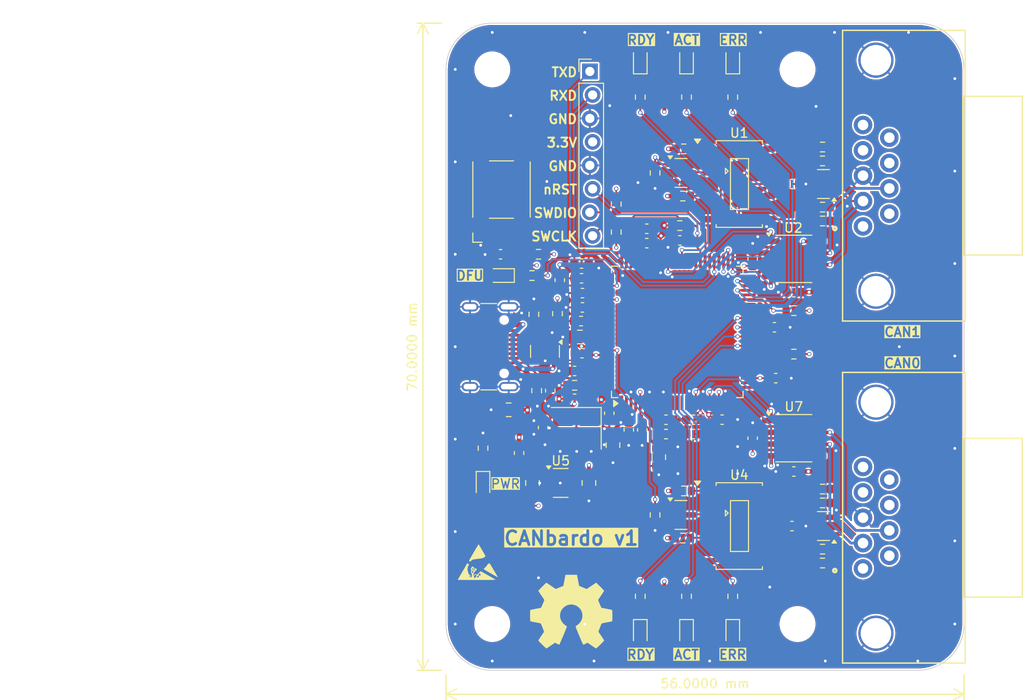
<source format=kicad_pcb>
(kicad_pcb (version 20240108) (generator "pcbnew") (generator_version "8.0")
  (title_block (title "CANbardo") (date "2024-09-18") (rev "Rev1") (company "innolution ApS") (comment 1 "@author: Mads Kjaergaard"))
  (layers (0 "F.Cu" signal) (1 "In1.Cu" power) (2 "In2.Cu" signal) (31 "B.Cu" signal) (34 "B.Paste" user) (35 "F.Paste" user) (36 "B.SilkS" user "B.Silkscreen") (37 "F.SilkS" user "F.Silkscreen") (38 "B.Mask" user) (39 "F.Mask" user) (44 "Edge.Cuts" user))
  (net 0 "")
  (net 1 "+3.3V")
  (net 2 "GND")
  (net 3 "VBUS")
  (net 4 "NRST")
  (net 5 "Net-(D1-K)")
  (net 6 "Net-(J1-CC1)")
  (net 8 "Net-(J1-CC2)")
  (net 10 "SWCLK")
  (net 11 "SWDIO")
  (net 12 "USB_D-")
  (net 13 "USB_D+")
  (net 14 "Net-(D2-K)")
  (net 15 "Net-(Q1-D)")
  (net 16 "Net-(R8-Pad2)")
  (net 17 "Net-(R17-Pad2)")
  (net 24 "SW")
  (net 25 "+1.8V_PLL")
  (net 26 "X_IN")
  (net 27 "X_OUT")
  (net 28 "+1.8V")
  (net 29 "+3.3V_REF")
  (net 30 "Net-(D3-K)")
  (net 31 "Net-(D4-K)")
  (net 32 "Net-(D5-K)")
  (net 33 "Net-(D6-K)")
  (net 34 "Net-(D7-K)")
  (net 35 "Net-(U7-CANL)")
  (net 36 "Net-(U7-CANH)")
  (net 38 "URXD1")
  (net 39 "UTXD1")
  (net 41 "Net-(U2-CANL)")
  (net 46 "Net-(U5-EN)")
  (net 48 "Net-(U2-CANH)")
  (net 49 "CAN_1_TERM_EN")
  (net 50 "CAN_0_TERM_EN")
  (net 51 "#CAN_0_LEDR")
  (net 52 "#CAN_0_LEDG")
  (net 53 "#CAN_1_LEDR")
  (net 54 "#CAN_1_LEDG")
  (net 55 "Net-(Q2-D)")
  (net 56 "CAN_1_SILENT")
  (net 57 "CAN_1_TX")
  (net 58 "CAN_1_RX")
  (net 59 "CAN_0_RX")
  (net 60 "CAN_0_SILENT")
  (net 61 "CAN_0_TX")
  (net 96 "Net-(JP2-C)")
  (net 98 "Net-(JP1-C)")
  (net 99 "Net-(JP2-A)")
  (net 102 "Net-(JP1-A)")
  (net 106 "Net-(JP1-B)")
  (net 107 "Net-(D10-K)")
  (net 108 "Net-(JP2-B)")
  (net 116 "Net-(R29-Pad2)")
  (net 119 "#CAN_0_LEDY")
  (net 120 "Net-(R21-Pad2)")
  (net 121 "#CAN_1_LEDY")
  (net 123 "Net-(U13-VBG)")
  (net 124 "+1.8V_USB")
  (net 125 "+3.3V_USB")
  (net 126 "Net-(FB4-Pad1)")
  (net 129 "#DFU_LED")
  (footprint "Capacitor_SMD:C_0603_1608Metric" (layer "F.Cu") (at 92.65 67.2 -90)
    (property "Reference" "C12" (hide yes))
    (property "Value" "10p")
  )
  (footprint "Resistor_SMD:R_0603_1608Metric" (layer "F.Cu") (at 97.6 41.2 -90)
    (property "Reference" "R15" (hide yes))
    (property "Value" "4.7k")
  )
  (footprint "Custom_Library:SOP-8GW_4.4x9.4mm_P2.54mm" (layer "F.Cu") (at 106.7 42.4)
    (property "Reference" "U1")
    (property "Value" "AC37S")
  )
  (footprint "Resistor_SMD:R_0603_1608Metric" (layer "F.Cu") (at 96 87 90)
    (property "Reference" "R11" (hide yes))
    (property "Value" "200R")
  )
  (footprint "Capacitor_SMD:C_0603_1608Metric" (layer "F.Cu") (at 96.7 48.8 180)
    (property "Reference" "C24" (hide yes))
    (property "Value" "100n")
  )
  (footprint "Capacitor_SMD:C_0805_2012Metric" (layer "F.Cu") (at 81.775 66.825 180)
    (property "Reference" "C5" (hide yes))
    (property "Value" "1u")
  )
  (footprint "Resistor_SMD:R_0603_1608Metric" (layer "F.Cu") (at 115.7 75.4 180)
    (property "Reference" "R24" (hide yes))
    (property "Value" "120R")
  )
  (footprint "Resistor_SMD:R_0603_1608Metric" (layer "F.Cu") (at 93.4 44.575 -90)
    (property "Reference" "R2" (hide yes))
    (property "Value" "47k")
  )
  (footprint "Inductor_SMD:L_0603_1608Metric" (layer "F.Cu") (at 89.6 57.225)
    (property "Reference" "FB4" (hide yes))
    (property "Value" "blm18pg471sn1")
  )
  (footprint "Capacitor_SMD:C_0603_1608Metric" (layer "F.Cu") (at 89.65 52.6 180)
    (property "Reference" "C33" (hide yes))
    (property "Value" "100n")
  )
  (footprint "Capacitor_SMD:C_0805_2012Metric" (layer "F.Cu") (at 98 71.95 -90)
    (property "Reference" "C16" (hide yes))
    (property "Value" "4.7u")
  )
  (footprint "LOGO" (layer "F.Cu") (at 78.6 83.4)
    (property "Reference" "G***" (hide yes))
    (property "Value" "LOGO" (hide yes))
  )
  (footprint "LED_SMD:LED_0603_1608Metric" (layer "F.Cu") (at 101 29 90)
    (property "Reference" "D3" (hide yes))
    (property "Value" "LED 0603 Yellow")
  )
  (footprint "Resistor_SMD:R_0603_1608Metric" (layer "F.Cu") (at 84.3 52.3)
    (property "Reference" "R32" (hide yes))
    (property "Value" "200R")
  )
  (footprint "Capacitor_SMD:C_0603_1608Metric" (layer "F.Cu") (at 110.5 57.9)
    (property "Reference" "C25" (hide yes))
    (property "Value" "100n")
  )
  (footprint "Resistor_SMD:R_0603_1608Metric" (layer "F.Cu") (at 100.6 80.7)
    (property "Reference" "R8" (hide yes))
    (property "Value" "1k")
  )
  (footprint "Package_TO_SOT_SMD:SOT-23-5" (layer "F.Cu") (at 87.4 74.7375)
    (property "Reference" "U5")
    (property "Value" "AP2112K-3.3")
  )
  (footprint "Package_TO_SOT_SMD:SOT-23" (layer "F.Cu") (at 100.4 78.2)
    (property "Reference" "Q2" (hide yes))
    (property "Value" "2N7002")
  )
  (footprint "Capacitor_SMD:C_0603_1608Metric" (layer "F.Cu") (at 96.22 68.99 -90)
    (property "Reference" "C18" (hide yes))
    (property "Value" "100n")
  )
  (footprint "Capacitor_SMD:C_0603_1608Metric" (layer "F.Cu") (at 89.65 51 180)
    (property "Reference" "C31" (hide yes))
    (property "Value" "100n")
  )
  (footprint "Resistor_SMD:R_0603_1608Metric" (layer "F.Cu") (at 115.7 38.4 180)
    (property "Reference" "R22" (hide yes))
    (property "Value" "120R")
  )
  (footprint "Capacitor_SMD:C_0805_2012Metric" (layer "F.Cu") (at 90.45 74.7375 -90)
    (property "Reference" "C3" (hide yes))
    (property "Value" "1u")
  )
  (footprint "Inductor_SMD:L_0603_1608Metric" (layer "F.Cu") (at 86.275 64.75 90)
    (property "Reference" "FB5" (hide yes))
    (property "Value" "blm18pg471sn1")
  )
  (footprint "LED_SMD:LED_0603_1608Metric" (layer "F.Cu") (at 79 74.98125 -90)
    (property "Reference" "D1" (hide yes))
    (property "Value" "LED 0603 Green")
  )
  (footprint "Resistor_SMD:R_0603_1608Metric" (layer "F.Cu") (at 112.6 60.8 180)
    (property "Reference" "R7" (hide yes))
    (property "Value" "47k")
  )
  (footprint "Package_TO_SOT_SMD:SOT-23" (layer "F.Cu") (at 115.8 79.4 180)
    (property "Reference" "D9" (hide yes))
    (property "Value" "NUP2105L")
  )
  (footprint "Resistor_SMD:R_0603_1608Metric" (layer "F.Cu") (at 100.7 38.6)
    (property "Reference" "R17" (hide yes))
    (property "Value" "1k")
  )
  (footprint "Resistor_SMD:R_0603_1608Metric" (layer "F.Cu") (at 101 87 90)
    (property "Reference" "R13" (hide yes))
    (property "Value" "200R")
  )
  (footprint "MountingHole:MountingHole_3.5mm" (layer "F.Cu") (at 80 30)
    (property "Reference" "H1" (hide yes))
    (property "Value" "MountingHole")
  )
  (footprint "Capacitor_SMD:C_0603_1608Metric" (layer "F.Cu") (at 108.15 69.9 90)
    (property "Reference" "C7" (hide yes))
    (property "Value" "100n")
  )
  (footprint "Capacitor_SMD:C_0603_1608Metric" (layer "F.Cu") (at 108.15 50.5 90)
    (property "Reference" "C8" (hide yes))
    (property "Value" "100n")
  )
  (footprint "Capacitor_SMD:C_0603_1608Metric" (layer "F.Cu") (at 89.7 60.7 180)
    (property "Reference" "C22" (hide yes))
    (property "Value" "100n")
  )
  (footprint "Capacitor_SMD:C_0603_1608Metric" (layer "F.Cu") (at 100.275 48.5 180)
    (property "Reference" "C27" (hide yes))
    (property "Value" "47n")
  )
  (footprint "Capacitor_SMD:C_0603_1608Metric" (layer "F.Cu") (at 88.9 62.625 180)
    (property "Reference" "C11" (hide yes))
    (property "Value" "100n")
  )
  (footprint "Resistor_SMD:R_0603_1608Metric" (layer "F.Cu") (at 97.6 78.2 -90)
    (property "Reference" "R1" (hide yes))
    (property "Value" "4.7k")
  )
  (footprint "Resistor_SMD:R_0603_1608Metric" (layer "F.Cu") (at 84.5 56.5 90)
    (property "Reference" "R3" (hide yes))
    (property "Value" "5.1k")
  )
  (footprint "Resistor_SMD:R_0603_1608Metric" (layer "F.Cu") (at 93.4 47.6 90)
    (property "Reference" "R6" (hide yes))
    (property "Value" "47k")
  )
  (footprint "Capacitor_SMD:C_0603_1608Metric" (layer "F.Cu") (at 110.65 63.4)
    (property "Reference" "C23" (hide yes))
    (property "Value" "100n")
  )
  (footprint "Custom_Library:SOP-8GW_4.4x9.4mm_P2.54mm" (layer "F.Cu") (at 106.7 79.4)
    (property "Reference" "U4")
    (property "Value" "AC37S")
  )
  (footprint "Custom_Library:CONN9_5747840-4_TEC" (layer "F.Cu") (at 131 78.5 -90)
    (property "Reference" "J4" (hide yes))
    (property "Value" "DE9_Plug_MountingHoles")
  )
  (footprint "Capacitor_SMD:C_0603_1608Metric" (layer "F.Cu") (at 112.6 73.5 180)
    (property "Reference" "C4" (hide yes))
    (property "Value" "100n")
  )
  (footprint "Custom_Library:CONN9_5747840-4_TEC" (layer "F.Cu") (at 131 41.5 -90)
    (property "Reference" "J3" (hide yes))
    (property "Value" "DE9_Plug_MountingHoles")
  )
  (footprint "Resistor_SMD:R_0603_1608Metric" (layer "F.Cu") (at 100.275 46.9)
    (property "Reference" "R9" (hide yes))
    (property "Value" "4.7k")
  )
  (footprint "MountingHole:MountingHole_3.5mm" (layer "F.Cu") (at 80 90)
    (property "Reference" "H4" (hide yes))
    (property "Value" "MountingHole")
  )
  (footprint "Resistor_SMD:R_0603_1608Metric" (layer "F.Cu") (at 88.9 64.175 180)
    (property "Reference" "R30" (hide yes))
    (property "Value" "5.62k")
  )
  (footprint "Resistor_SMD:R_0603_1608Metric" (layer "F.Cu") (at 106 33 -90)
    (property "Reference" "R19" (hide yes))
    (property "Value" "200R")
  )
  (footprint "Resistor_SMD:R_0603_1608Metric" (layer "F.Cu") (at 87.05 56.425 -90)
    (property "Reference" "R31" (hide yes))
    (property "Value" "2.2R")
  )
  (footprint "Inductor_SMD:L_0603_1608Metric" (layer "F.Cu") (at 98.78 69.45 180)
    (property "Reference" "FB3" (hide yes))
    (property "Value" "blm18pg471sn1")
  )
  (footprint "Resistor_SMD:R_0603_1608Metric" (layer "F.Cu") (at 112.6 56.1 180)
    (property "Reference" "R10" (hide yes))
    (property "Value" "47k")
  )
  (footprint "Resistor_SMD:R_0603_1608Metric" (layer "F.Cu") (at 115.7 76.9 180)
    (property "Reference" "R23" (hide yes))
    (property "Value" "120R")
  )
  (footprint "LED_SMD:LED_0603_1608Metric" (layer "F.Cu") (at 80.9 52.3 180)
    (property "Reference" "D10" (hide yes))
    (property "Value" "LED 0603 Yellow")
  )
  (footprint "LED_SMD:LED_0603_1608Metric" (layer "F.Cu") (at 101 91 -90)
    (property "Reference" "D6" (hide yes))
    (property "Value" "LED 0603 Yellow")
  )
  (footprint "Capacitor_SMD:C_0603_1608Metric" (layer "F.Cu") (at 101.75 67.9 180)
    (property "Reference" "C20" (hide yes))
    (property "Value" "100n")
  )
  (footprint "MountingHole:MountingHole_3.5mm" (layer "F.Cu") (at 113 30)
    (property "Reference" "H2" (hide yes))
    (property "Value" "MountingHole")
  )
  (footprint "LED_SMD:LED_0603_1608Metric" (layer "F.Cu") (at 96 91 -90)
    (property "Reference" "D5" (hide yes))
    (property "Value" "LED 0603 Green")
  )
  (footprint "Resistor_SMD:R_0603_1608Metric" (layer "F.Cu") (at 100.7 75.6)
    (property "Reference" "R21" (hide yes))
    (property "Value" "1k")
  )
  (footprint "Connector_USB:USB_C_Receptacle_GCT_USB4105-xx-A_16P_TopMnt_Horizontal" (layer "F.Cu") (at 78.675 60 -90)
    (property "Reference" "J1" (hide yes))
    (property "Value" "USB_C_Receptacle_USB2.0")
  )
  (footprint "Custom_Library:SW_SMD_Tactile_4pin" (layer "F.Cu") (at 81 43 90)
    (property "Reference" "SW1" (hide yes))
    (property "Value" "FSM4JSMAATR.")
  )
  (footprint "Inductor_SMD:L_0603_1608Metric" (layer "F.Cu") (at 82.9 71.5 -90)
    (property "Reference" "FB1" (hide yes))
    (property "Value" "120@100MHz")
  )
  (footprint "Symbol:OSHW-Symbol_8.9x8mm_SilkScreen" (layer "F.Cu") (at 88.525 88.675)
    (property "Reference" "LOGO1" (hide yes))
    (property "Value" "Logo_Open_Hardware_Small" (hide yes))
  )
  (footprint "Resistor_SMD:R_0603_1608Metric" (layer "F.Cu") (at 100.6 43.7)
    (property "Reference" "R29" (hide yes))
    (property "Value" "1k")
  )
  (footprint "Capacitor_SMD:C_0603_1608Metric" (layer "F.Cu") (at 88.9 65.635 180)
    (property "Reference" "C6" (hide yes))
    (property "Value" "10p")
  )
  (footprint "Resistor_SMD:R_0603_1608Metric" (layer "F.Cu") (at 115.7 39.9 180)
    (property "Reference" "R20" (hide yes))
    (property "Value" "120R")
  )
  (footprint "Jumper:SolderJumper-3_P2.0mm_Open_TrianglePad1.0x1.5mm" (layer "F.Cu") (at 106.7 42.4 -90)
    (property "Reference" "JP2" (hide yes))
    (property "Value" "SolderJumper_3_Open")
  )
  (footprint "Package_TO_SOT_SMD:SOT-23" (layer "F.Cu") (at 100.4 41.2)
    (property "Reference" "Q1" (hide yes))
    (property "Value" "2N7002")
  )
  (footprint "Custom_Library:PinHeader_1x08_P2.54mm_Vertical_zigzag" (layer "F.Cu") (at 90.7 30.225)
    (property "Reference" "J5" (hide yes))
    (property "Value" "Conn_01x08_Pin")
  )
  (footprint "Capacitor_SMD:C_0603_1608Metric" (layer "F.Cu") (at 89.75 55.75 180)
    (property "Reference" "C13" (hide yes))
    (property "Value" "100n")
  )
  (footprint "Jumper:SolderJumper-3_P2.0mm_Open_TrianglePad1.0x1.5mm" (layer "F.Cu") (at 106.7 79.4 -90)
    (property "Reference" "JP1" (hide yes))
    (property "Value" "SolderJumper_3_Open")
  )
  (footprint "Capacitor_SMD:C_0603_1608Metric" (layer "F.Cu") (at 89.75 54.2 180)
    (property "Reference" "C17" (hide yes))
    (property "Value" "100n")
  )
  (footprint "Resistor_SMD:R_0603_1608Metric" (layer "F.Cu") (at 96 33 -90)
    (property "Reference" "R12" (hide yes))
    (property "Value" "200R")
  )
  (footprint "LED_SMD:LED_0603_1608Metric" (layer "F.Cu") (at 106 29 90)
    (property "Reference" "D4" (hide yes))
    (property "Value" "LED 0603 Red")
  )
  (footprint "Capacitor_SMD:C_0603_1608Metric" (layer "F.Cu") (at 112.6 54.1 180)
    (property "Reference" "C9" (hide yes))
    (property "Value" "100n")
  )
  (footprint "Capacitor_SMD:C_0805_2012Metric" (layer "F.Cu") (at 84.35 74.7375 -90)
    (property "Reference" "C2" (hide yes))
    (property "Value" "1u")
  )
  (footprint "Capacitor_SMD:C_0603_1608Metric" (layer "F.Cu") (at 80.9 50 180)
    (property "Reference" "C10" (hide yes))
    (property "Value" "47n")
  )
  (footprint "Resistor_SMD:R_0603_1608Metric" (layer "F.Cu") (at 106 87 90)
    (property "Reference" "R14" (hide yes))
    (property "Value" "200R")
  )
  (footprint "LED_SMD:LED_0603_1608Metric" (layer "F.Cu") (at 106 91 -90)
    (property "Reference" "D7" (hide yes))
    (property "Value" "LED 0603 Red")
  )
  (footprint "Capacitor_SMD:C_0603_1608Metric" (layer "F.Cu") (at 96.7 47.24 180)
    (property "Reference" "C21" (hide yes))
    (property "Value" "100n")
  )
  (footprint "LED_SMD:LED_0603_1608Metric" (layer "F.Cu") (at 96 29 90)
    (property "Reference" "D2" (hide yes))
    (property "Value" "LED 0603 Green")
  )
  (footprint "Capacitor_SMD:C_0603_1608Metric" (layer "F.Cu") (at 101.75 69.45 180)
    (property "Reference" "C32" (hide yes))
    (property "Value" "100n")
  )
  (footprint "Crystal:Crystal_SMD_3225-4Pin_3.2x2.5mm_HandSoldering" (layer "F.Cu") (at 89.075 68.825 180)
    (property "Reference" "Y1" (hide yes))
    (property "Value" "LFXTAL054208RL3K")
  )
  (footprint "Resistor_SMD:R_0603_1608Metric" (layer "F.Cu") (at 115.7 44.9 180)
    (property "Reference" "R28" (hide yes))
    (property "Value" "120R")
  )
  (footprint "Resistor_SMD:R_0603_1608Metric" (layer "F.Cu") (at 101 33 -90)
    (property "Reference" "R16" (hide yes))
    (property "Value" "200R")
  )
  (footprint "Resistor_SMD:R_0603_1608Metric" (layer "F.Cu") (at 115.7 81.9 180)
    (property "Reference" "R26" (hide yes))
    (property "Value" "120R")
  )
  (footprint "Resistor_SMD:R_0603_1608Metric" (layer "F.Cu") (at 84.8 64.75 -90)
    (property "Reference" "R4" (hide yes))
    (property "Value" "5.1k")
  )
  (footprint "Package_TO_SOT_SMD:SOT-23" (layer "F.Cu") (at 115.8 42.4 180)
    (property "Reference" "D8" (hide yes))
    (property "Value" "NUP2105L")
  )
  (footprint "Resistor_SMD:R_0603_1608Metric" (layer "F.Cu") (at 79 70.98125 90)
    (property "Reference" "R5" (hide yes))
    (property "Value" "200R")
  )
  (footprint "Capacitor_SMD:C_0603_1608Metric" (layer "F.Cu") (at 94.76 68.99 -90)
    (property "Reference" "C26" (hide yes))
    (property "Value" "100n")
  )
  (footprint "Capacitor_SMD:C_0805_2012Metric" (layer "F.Cu") (at 93.05 70.65 -90)
    (property "Reference" "C30" (hide yes))
    (property "Value" "1u")
  )
  (footprint "Package_SO:SOIC-8_3.9x4.9mm_P1.27mm" (layer "F.Cu") (at 112.6 50.5)
    (property "Reference" "U2")
    (property "Value" "MCP2558FD-xSN")
  )
  (footprint "MountingHole:MountingHole_3.5mm" (layer "F.Cu") (at 113 90)
    (property "Reference" "H3" (hide yes))
    (property "Value" "MountingHole")
  )
  (footprint "Package_QFP:LQFP-100_14x14mm_P0.5mm" (layer "F.Cu") (at 100 58.4 90)
    (property "Reference" "U13" (hide yes))
    (property "Value" "ATSAME70N20B-AN")
  )
  (footprint "Package_TO_SOT_SMD:SOT-143" (layer "F.Cu") (at 85.7 60.5 -90)
    (property "Reference" "D11" (hide yes))
    (property "Value" "PRTR5V0U2X")
  )
  (footprint "Capacitor_SMD:C_0603_1608Metric" (layer "F.Cu") (at 112.4 42.4)
    (property "Reference" "C1" (hide yes))
    (property "Value" "100n")
  )
  (footprint "Capacitor_SMD:C_0603_1608Metric" (layer "F.Cu") (at 104.85 67.89)
    (property "Reference" "C19" (hide yes))
    (property "Value" "100n")
  )
  (footprint "Resistor_SMD:R_0603_1608Metric" (layer "F.Cu") (at 85 50 180)
    (property "Reference" "R18" (hide yes))
    (property "Value" "4.7k")
  )
  (footprint "Capacitor_SMD:C_0603_1608Metric" (layer "F.Cu") (at 98.78 67.9)
    (property "Reference" "C28" (hide yes))
    (property "Value" "100n")
  )
  (footprint "Capacitor_SMD:C_0603_1608Metric" (layer "F.Cu") (at 85.5 68.75 90)
    (property "Reference" "C14" (hide yes))
    (property "Value" "10p")
  )
  (footprint "Resistor_SMD:R_0603_1608Metric" (layer "F.Cu") (at 115.7 83.4 180)
    (property "Reference" "R25" (hide yes))
    (property "Value" "120R")
  )
  (footprint "Package_SO:SOIC-8_3.9x4.9mm_P1.27mm" (layer "F.Cu") (at 112.6 69.9)
    (property "Reference" "U7")
    (property "Value" "MCP2558FD-xSN")
  )
  (footprint "Resistor_SMD:R_0603_1608Metric" (layer "F.Cu") (at 115.7 46.4 180)
    (property "Reference" "R27" (hide yes))
    (property "Value" "120R")
  )
  (footprint "Inductor_SMD:L_0603_1608Metric" (layer "F.Cu") (at 87.3 52.8 -90)
    (property "Reference" "FB2" (hide yes))
    (property "Value" "blm18pg471sn1")
  )
  (footprint "Capacitor_SMD:C_0805_2012Metric" (layer "F.Cu") (at 89.475 58.95 180)
    (property "Reference" "C15" (hide yes))
    (property "Value" "4.7u")
  )
  (footprint "Capacitor_SMD:C_0603_1608Metric" (layer "F.Cu") (at 112.4 79.4)
    (property "Reference" "C29" (hide yes))
    (property "Value" "100n")
  )
  (gr_arc (start 80 95) (mid 76.464466 93.535534) (end 75 90) (stroke (width 0.1)) (layer "Edge.Cuts"))
  (gr_arc (start 131 90) (mid 129.535534 93.535534) (end 126 95) (stroke (width 0.1)) (layer "Edge.Cuts"))
  (gr_line (start 131 30) (end 131 90) (stroke (width 0.1)) (layer "Edge.Cuts"))
  (gr_line (start 126 25) (end 80 25) (stroke (width 0.1)) (layer "Edge.Cuts"))
  (gr_arc (start 75 30) (mid 76.464466 26.464466) (end 80 25) (stroke (width 0.1)) (layer "Edge.Cuts"))
  (gr_line (start 75 30) (end 75 90) (stroke (width 0.1)) (layer "Edge.Cuts"))
  (gr_line (start 80 95) (end 126 95) (stroke (width 0.1)) (layer "Edge.Cuts"))
  (gr_arc (start 126 25) (mid 129.535534 26.464466) (end 131 30) (stroke (width 0.1)) (layer "Edge.Cuts"))
  (gr_text "RDY" (at 94.5 27.4 0) (layer "F.SilkS" knockout) (effects (font (size 1 1) (thickness 0.2) (bold yes)) (justify left bottom)))
  (gr_text "DFU" (at 76 52.9 0) (layer "F.SilkS" knockout) (effects (font (size 1 1) (thickness 0.2) (bold yes)) (justify left bottom)))
  (gr_text "TXD" (at 86.298809 30.898572 0) (layer "F.SilkS") (effects (font (size 1 1) (thickness 0.2) (bold yes)) (justify left bottom)))
  (gr_text "ERR" (at 104.4 93.9 0) (layer "F.SilkS" knockout) (effects (font (size 1 1) (thickness 0.2) (bold yes)) (justify left bottom)))
  (gr_text "PWR" (at 81.425 75.425 0) (layer "F.SilkS" knockout) (effects (font (size 1 1) (thickness 0.15) (bold yes)) (justify bottom)))
  (gr_text "ERR" (at 104.45 27.4 0) (layer "F.SilkS" knockout) (effects (font (size 1 1) (thickness 0.2) (bold yes)) (justify left bottom)))
  (gr_text "CAN1" (at 122.275 59 0) (layer "F.SilkS" knockout) (effects (font (size 1 1) (thickness 0.2) (bold yes)) (justify left bottom)))
  (gr_text "CAN0" (at 122.275 62.375 0) (layer "F.SilkS" knockout) (effects (font (size 1 1) (thickness 0.2) (bold yes)) (justify left bottom)))
  (gr_text "SWCLK" (at 84.108333 48.658572 0) (layer "F.SilkS") (effects (font (size 1 1) (thickness 0.2) (bold yes)) (justify left bottom)))
  (gr_text "CANbardo v1" (at 88.537426 81.6 0) (layer "F.SilkS" knockout) (effects (font (size 1.5 1.5) (thickness 0.3) (bold yes)) (justify bottom)))
  (gr_text "ACT" (at 99.6 27.4 0) (layer "F.SilkS" knockout) (effects (font (size 1 1) (thickness 0.2) (bold yes)) (justify left bottom)))
  (gr_text "GND" (at 85.965476 35.967143 0) (layer "F.SilkS") (effects (font (size 1 1) (thickness 0.2) (bold yes)) (justify left bottom)))
  (gr_text "ACT" (at 99.55 93.9 0) (layer "F.SilkS" knockout) (effects (font (size 1 1) (thickness 0.2) (bold yes)) (justify left bottom)))
  (gr_text "SWDIO" (at 84.394048 46.121429 0) (layer "F.SilkS") (effects (font (size 1 1) (thickness 0.2) (bold yes)) (justify left bottom)))
  (gr_text "3.3V" (at 85.775 38.51 0) (layer "F.SilkS") (effects (font (size 1 1) (thickness 0.2) (bold yes)) (justify left bottom)))
  (gr_text "GND" (at 85.965476 41.052857 0) (layer "F.SilkS") (effects (font (size 1 1) (thickness 0.2) (bold yes)) (justify left bottom)))
  (gr_text "RXD" (at 86.060714 33.435714 0) (layer "F.SilkS") (effects (font (size 1 1) (thickness 0.2) (bold yes)) (justify left bottom)))
  (gr_text "nRST" (at 85.394047 43.584286 0) (layer "F.SilkS") (effects (font (size 1 1) (thickness 0.2) (bold yes)) (justify left bottom)))
  (gr_text "RDY" (at 94.45 93.9 0) (layer "F.SilkS" knockout) (effects (font (size 1 1) (thickness 0.2) (bold yes)) (justify left bottom)))
  (dimension (type aligned) (layer "F.SilkS") (pts (xy 75 25) (xy 75 95)) (height 2.5) (gr_text "70.0000 mm" (at 71.35 60 90) (layer "F.SilkS") (effects (font (size 1 1) (thickness 0.15)))) (format (prefix "") (suffix "") (units 3) (units_format 1) (precision 4)) (style (thickness 0.15) (arrow_length 1.27) (text_position_mode 0) (extension_height 0.58642) (extension_offset 0.5) keep_text_aligned))
  (dimension (type aligned) (layer "F.SilkS") (pts (xy 131 95) (xy 75 95)) (height -2.6) (gr_text "56.0000 mm" (at 103 96.45 0) (layer "F.SilkS") (effects (font (size 1 1) (thickness 0.15)))) (format (prefix "") (suffix "") (units 3) (units_format 1) (precision 4)) (style (thickness 0.15) (arrow_length 1.27) (text_position_mode 0) (extension_height 0.58642) (extension_offset 0.5) keep_text_aligned))
  (segment (start 99.5875 69.4125) (end 98 71) (width 0.4) (layer "F.Cu") (net 1))
  (segment (start 107.675 63.4) (end 108.95 63.4) (width 0.2) (layer "F.Cu") (net 1))
  (segment (start 90.675 60.9) (end 90.475 60.7) (width 0.2) (layer "F.Cu") (net 1))
  (segment (start 113.425 56.1) (end 114.275 56.1) (width 0.2) (layer "F.Cu") (net 1))
  (segment (start 105.6 27.2) (end 101 27.2) (width 0.4) (layer "F.Cu") (net 1))
  (segment (start 98.6 27.2) (end 96.4 27.2) (width 0.4) (layer "F.Cu") (net 1))
  (segment (start 79 75.80625) (end 79 76.65625) (width 0.2) (layer "F.Cu") (net 1))
  (segment (start 79.1 52.3) (end 78.8 52) (width 0.2) (layer "F.Cu") (net 1))
  (segment (start 93.4 43.75) (end 93.4 42.9) (width 0.2) (layer "F.Cu") (net 1))
  (segment (start 106 28.2125) (end 106 27.6) (width 0.4) (layer "F.Cu") (net 1))
  (segment (start 80.1 52.3) (end 79.1 52.3) (width 0.2) (layer "F.Cu") (net 1))
  (segment (start 93.4 48.425) (end 93.4 49.275) (width 0.2) (layer "F.Cu") (net 1))
  (segment (start 96.4 92.8) (end 98.6 92.8) (width 0.4) (layer "F.Cu") (net 1))
  (segment (start 113.45 60.8) (end 114.275 60.8) (width 0.2) (layer "F.Cu") (net 1))
  (segment (start 78.8 51.5) (end 79.1 51.2) (width 0.2) (layer "F.Cu") (net 1))
  (segment (start 96.2 67.475) (end 96.2 68.225) (width 0.2) (layer "F.Cu") (net 1))
  (segment (start 103 66.90741) (end 103.98259 67.89) (width 0.2) (layer "F.Cu") (net 1))
  (segment (start 97.5 50.725) (end 97.5 48.775) (width 0.2) (layer "F.Cu") (net 1))
  (segment (start 108.95 63.4) (end 109.675 63.4) (width 0.2) (layer "F.Cu") (net 1))
  (segment (start 92.325 54.9) (end 91.175 54.9) (width 0.2) (layer "F.Cu") (net 1))
  (segment (start 114.5 73.5) (end 113.375 73.5) (width 0.5) (layer "F.Cu") (net 1))
  (segment (start 92.325 60.9) (end 90.675 60.9) (width 0.2) (layer "F.Cu") (net 1))
  (segment (start 103 66.075) (end 103 66.90741) (width 0.2) (layer "F.Cu") (net 1))
  (segment (start 97.1 70.1) (end 98 71) (width 0.3) (layer "F.Cu") (net 1))
  (segment (start 98.6 92.8) (end 101 92.8) (width 0.4) (layer "F.Cu") (net 1))
  (segment (start 101 27.2) (end 98.6 27.2) (width 0.4) (layer "F.Cu") (net 1))
  (segment (start 87.05 55.6) (end 87.05 54.75) (width 0.2) (layer "F.Cu") (net 1))
  (segment (start 99.5875 69.35) (end 99.5875 69.4125) (width 0.4) (layer "F.Cu") (net 1))
  (segment (start 96 92.4) (end 96.4 92.8) (width 0.4) (layer "F.Cu") (net 1))
  (segment (start 97.5 48.775) (end 97.475 48.75) (width 0.2) (layer "F.Cu") (net 1))
  (segment (start 96 91.7875) (end 96 92.4) (width 0.4) (layer "F.Cu") (net 1))
  (segment (start 79 76.8) (end 79.4 77.2) (width 0.2) (layer "F.Cu") (net 1))
  (segment (start 92.3 54.9) (end 93.475 54.9) (width 0.2) (layer "F.Cu") (net 1))
  (segment (start 96.2 68.225) (end 97.1 69.125) (width 0.3) (layer "F.Cu") (net 1))
  (segment (start 99.9 75.6) (end 99.025 75.6) (width 0.5) (layer "F.Cu") (net 1))
  (segment (start 79.4 77.2) (end 85 77.2) (width 0.2) (layer "F.Cu") (net 1))
  (segment (start 98.6 27.2) (end 98.6 34.6) (width 0.4) (layer "F.Cu") (net 1))
  (segment (start 85.825 50) (end 86.675 50) (width 0.2) (layer "F.Cu") (net 1))
  (segment (start 101 92.8) (end 105.6 92.8) (width 0.4) (layer "F.Cu") (net 1))
  (segment (start 115.075 72.925) (end 114.5 73.5) (width 0.5) (layer "F.Cu") (net 1))
  (segment (start 96 66.075) (end 96 67.275) (width 0.2) (layer "F.Cu") (net 1))
  (segment (start 78.8 52) (end 78.8 51.5) (width 0.2) (layer "F.Cu") (net 1))
  (segment (start 88.5375 73.7875) (end 90.45 73.7875) (width 0.4) (layer "F.Cu") (net 1))
  (segment (start 98.6 92.8) (end 98.6 85.4) (width 0.4) (layer "F.Cu") (net 1))
  (segment (start 101 91.7875) (end 101 92.8) (width 0.4) (layer "F.Cu") (net 1))
  (segment (start 96 27.6) (end 96 28.2125) (width 0.4) (layer "F.Cu") (net 1))
  (segment (start 91.175 54.9) (end 90.525 54.25) (width 0.2) (layer "F.Cu") (net 1))
  (segment (start 106 27.6) (end 105.6 27.2) (width 0.4) (layer "F.Cu") (net 1))
  (segment (start 96 67.275) (end 96.2 67.475) (width 0.2) (layer "F.Cu") (net 1))
  (segment (start 106 92.4) (end 106 91.7875) (width 0.4) (layer "F.Cu") (net 1))
  (segment (start 79 76.65625) (end 79 76.8) (width 0.2) (layer "F.Cu") (net 1))
  (segment (start 90.45 73.7875) (end 90.45 72.8125) (width 0.4) (layer "F.Cu") (net 1))
  (segment (start 101 28.2125) (end 101 27.2) (width 0.4) (layer "F.Cu") (net 1))
  (segment (start 115.075 71.805) (end 115.075 72.925) (width 0.5) (layer "F.Cu") (net 1))
  (segment (start 97.1 69.125) (end 97.1 70.1) (width 0.3) (layer "F.Cu") (net 1))
  (segment (start 96.4 27.2) (end 96 27.6) (width 0.4) (layer "F.Cu") (net 1))
  (segment (start 96 66.075) (end 96 64.9) (width 0.2) (layer "F.Cu") (net 1))
  (segment (start 99.8 80.7) (end 98.925 80.7) (width 0.5) (layer "F.Cu") (net 1))
  (segment (start 103.98259 67.89) (end 104.075 67.89) (width 0.2) (layer "F.Cu") (net 1))
  (segment (start 99.9 38.6) (end 99.025 38.6) (width 0.5) (layer "F.Cu") (net 1))
  (segment (start 99.45 46.875) (end 98.6 46.875) (width 0.2) (layer "F.Cu") (net 1))
  (segment (start 105.6 92.8) (end 106 92.4) (width 0.4) (layer "F.Cu") (net 1))
  (segment (start 79.1 51.2) (end 84.8 51.2) (width 0.2) (layer "F.Cu") (net 1))
  (segment (start 99.7 43.7) (end 98.925 43.7) (width 0.5) (layer "F.Cu") (net 1))
  (segment (start 114.5 54.1) (end 113.375 54.1) (width 0.5) (layer "F.Cu") (net 1))
  (segment (start 115.075 53.525) (end 114.5 54.1) (width 0.5) (layer "F.Cu") (net 1))
  (segment (start 115.075 52.405) (end 115.075 53.525) (width 0.5) (layer "F.Cu") (net 1))
  (via (at 99.025 75.6) (size 0.45) (drill 0.3) (layers "F.Cu" "B.Cu") (net 1))
  (via (at 93.475 54.9) (size 0.45) (drill 0.3) (layers "F.Cu" "B.Cu") (net 1))
  (via (at 91.225 60.9) (size 0.45) (drill 0.3) (layers "F.Cu" "B.Cu") (net 1))
  (via (at 114.275 56.1) (size 0.45) (drill 0.3) (layers "F.Cu" "B.Cu") (net 1))
  (via (at 93.4 49.275) (size 0.45) (drill 0.3) (layers "F.Cu" "B.Cu") (net 1))
  (via (at 103.4 67.35) (size 0.45) (drill 0.3) (layers "F.Cu" "B.Cu") (net 1))
  (via (at 98.25 48) (size 0.45) (drill 0.3) (layers "F.Cu" "B.Cu") (net 1))
  (via (at 114.175 73.5) (size 0.45) (drill 0.3) (layers "F.Cu" "B.Cu") (net 1))
  (via (at 87.05 54.75) (size 0.45) (drill 0.3) (layers "F.Cu" "B.Cu") (net 1))
  (via (at 98.925 43.7) (size 0.45) (drill 0.3) (layers "F.Cu" "B.Cu") (net 1))
  (via (at 98.6 85.4) (size 0.45) (drill 0.3) (layers "F.Cu" "B.Cu") (net 1))
  (via (at 93.4 42.9) (size 0.45) (drill 0.3) (layers "F.Cu" "B.Cu") (net 1))
  (via (at 85 77.2) (size 0.45) (drill 0.3) (layers "F.Cu" "B.Cu") (net 1))
  (via (at 86.675 50) (size 0.45) (drill 0.3) (layers "F.Cu" "B.Cu") (net 1))
  (via (at 90.45 72.8125) (size 0.45) (drill 0.3) (layers "F.Cu" "B.Cu") (net 1))
  (via (at 114.275 60.8) (size 0.45) (drill 0.3) (layers "F.Cu" "B.Cu") (net 1))
  (via (at 96 64.9) (size 0.45) (drill 0.3) (layers "F.Cu" "B.Cu") (net 1))
  (via (at 84.8 51.2) (size 0.45) (drill 0.3) (layers "F.Cu" "B.Cu") (net 1))
  (via (at 98.6 46.875) (size 0.45) (drill 0.3) (layers "F.Cu" "B.Cu") (net 1))
  (via (at 99.025 38.6) (size 0.45) (drill 0.3) (layers "F.Cu" "B.Cu") (net 1))
  (via (at 108.95 63.4) (size 0.45) (drill 0.3) (layers "F.Cu" "B.Cu") (net 1))
  (via (at 114.25 54.1) (size 0.45) (drill 0.3) (layers "F.Cu" "B.Cu") (net 1))
  (via (at 98.925 80.7) (size 0.45) (drill 0.3) (layers "F.Cu" "B.Cu") (net 1))
  (via (at 98.6 34.6) (size 0.45) (drill 0.3) (layers "F.Cu" "B.Cu") (net 1))
  (segment (start 111.8 50.590001) (end 111.074999 49.865) (width 0.5) (layer "F.Cu") (net 2))
  (segment (start 111.825 73.5) (end 110.65 73.5) (width 0.2) (layer "F.Cu") (net 2))
  (segment (start 97.725 42.15) (end 97.6 42.025) (width 0.5) (layer "F.Cu") (net 2))
  (segment (start 99 49) (end 99.5 48.5) (width 0.2) (layer "F.Cu") (net 2))
  (segment (start 79 70.15625) (end 79 69.33125) (width 0.2) (layer "F.Cu") (net 2))
  (segment (start 82.355 63.2) (end 82.725 63.2) (width 0.4) (layer "F.Cu") (net 2))
  (segment (start 113.9 42.4) (end 114.8375 42.4) (width 0.5) (layer "F.Cu") (net 2))
  (segment (start 108.15 69.125) (end 108.15 68.225) (width 0.2) (layer "F.Cu") (net 2))
  (segment (start 110.1 49.865) (end 108.265 49.865) (width 0.5) (layer "F.Cu") (net 2))
  (segment (start 99.4625 42.15) (end 97.725 42.15) (width 0.5) (layer "F.Cu") (net 2))
  (segment (start 105.625 67.875) (end 106.525 67.875) (width 0.2) (layer "F.Cu") (net 2))
  (segment (start 111.825 54.1) (end 110.925 54.1) (width 0.2) (layer "F.Cu") (net 2))
  (segment (start 98.5 66.075) (end 98.5 64.9) (width 0.2) (layer "F.Cu") (net 2))
  (segment (start 82.725 63.2) (end 83.075 63.55) (width 0.4) (layer "F.Cu") (net 2))
  (segment (start 113.15 42.4) (end 113.9 42.4) (width 0.5) (layer "F.Cu") (net 2))
  (segment (start 88.05 64.185) (end 87.225 64.185) (width 0.2) (layer "F.Cu") (net 2))
  (segment (start 111.425 63.41) (end 112.325 63.41) (width 0.2) (layer "F.Cu") (net 2))
  (segment (start 110.125 69.265) (end 108.29 69.265) (width 0.5) (layer "F.Cu") (net 2))
  (segment (start 94.75 69.775) (end 94.75 70.675) (width 0.2) (layer "F.Cu") (net 2))
  (segment (start 97.6 79) (end 97.6 79.875) (width 0.5) (layer "F.Cu") (net 2))
  (segment (start 88.125 62.625) (end 87.225 62.625) (width 0.2) (layer "F.Cu") (net 2))
  (segment (start 99.575 67.9) (end 100.975 67.9) (width 0.4) (layer "F.Cu") (net 2))
  (segment (start 97 66.075) (end 97 64.9) (width 0.2) (layer "F.Cu") (net 2))
  (segment (start 83.175 56.35) (end 82.725 56.8) (width 0.5) (layer "F.Cu") (net 2))
  (segment (start 96.2 69.775) (end 96.2 70.675) (width 0.2) (layer "F.Cu") (net 2))
  (segment (start 108.29 69.265) (end 108.15 69.125) (width 0.5) (layer "F.Cu") (net 2))
  (segment (start 82.725 56.8) (end 82.355 56.8) (width 0.5) (layer "F.Cu") (net 2))
  (segment (start 95 66.075) (end 95 64.9) (width 0.2) (layer "F.Cu") (net 2))
  (segment (start 111.074999 49.865) (end 110.1 49.865) (width 0.5) (layer "F.Cu") (net 2))
  (segment (start 99.4625 79.15) (end 97.725 79.15) (width 0.5) (layer "F.Cu") (net 2))
  (segment (start 108.265 49.865) (end 108.125 49.725) (width 0.5) (layer "F.Cu") (net 2))
  (segment (start 111.825 69.990001) (end 111.099999 69.265) (width 0.5) (layer "F.Cu") (net 2))
  (segment (start 97.6 42) (end 97.6 42.875) (width 0.5) (layer "F.Cu") (net 2))
  (segment (start 85.1375 74.7375) (end 85.125 74.75) (width 0.2) (layer "F.Cu") (net 2))
  (segment (start 111.825 73.5) (end 111.825 69.990001) (width 0.5) (layer "F.Cu") (net 2))
  (segment (start 113.9 79.4) (end 114.8625 79.4) (width 0.5) (layer "F.Cu") (net 2))
  (segment (start 90.45 76.675) (end 90.45 75.6875) (width 0.4) (layer "F.Cu") (net 2))
  (segment (start 98 72.9) (end 98 73.85) (width 0.2) (layer "F.Cu") (net 2))
  (segment (start 88.125 65.635) (end 87.225 65.635) (width 0.2) (layer "F.Cu") (net 2))
  (segment (start 86.2625 74.7375) (end 85.1375 74.7375) (width 0.2) (layer "F.Cu") (net 2))
  (segment (start 97.725 79.15) (end 97.6 79.025) (width 0.5) (layer "F.Cu") (net 2))
  (segment (start 111.8 54.1) (end 111.8 50.590001) (width 0.5) (layer "F.Cu") (net 2))
  (segment (start 93.05 71.575) (end 93.05 72.55) (width 0.2) (layer "F.Cu") (net 2))
  (segment (start 113.175 79.4) (end 113.9 79.4) (width 0.5) (layer "F.Cu") (net 2))
  (segment (start 111.099999 69.265) (end 110.125 69.265) (width 0.5) (layer "F.Cu") (net 2))
  (segment (start 99 49.25) (end 99 49) (width 0.2) (layer "F.Cu") (net 2))
  (segment (start 100.975 67.9) (end 100.975 69.35) (width 0.4) (layer "F.Cu") (net 2))
  (segment (start 108.15 49.725) (end 108.15 48.825) (width 0.2) (layer "F.Cu") (net 2))
  (via (at 109.45 72.9) (size 0.45) (drill 0.3) (layers "F.Cu" "B.Cu") (net 2))
  (via (at 87.225 65.635) (size 0.45) (drill 0.3) (layers "F.Cu" "B.Cu") (net 2))
  (via (at 106.525 73.73) (size 0.45) (drill 0.3) (layers "F.Cu" "B.Cu") (net 2))
  (via (at 83.175 56.35) (size 0.45) (drill 0.3) (layers "F.Cu" "B.Cu") (net 2))
  (via (at 130 71) (size 0.45) (drill 0.3) (layers "F.Cu" "B.Cu") (net 2))
  (via (at 85.125 74.75) (size 0.45) (drill 0.3) (layers "F.Cu" "B.Cu") (net 2))
  (via (at 76 80) (size 0.45) (drill 0.3) (layers "F.Cu" "B.Cu") (net 2))
  (via (at 94.75 70.675) (size 0.45) (drill 0.3) (layers "F.Cu" "B.Cu") (net 2))
  (via (at 117.15 71.25) (size 0.45) (drill 0.3) (layers "F.Cu" "B.Cu") (net 2))
  (via (at 110.85 72.8) (size 0.45) (drill 0.3) (layers "F.Cu" "B.Cu") (net 2))
  (via (at 112.2 57.9) (size 0.45) (drill 0.3) (layers "F.Cu" "B.Cu") (net 2))
  (via (at 110.2 66.2) (size 0.45) (drill 0.3) (layers "F.Cu" "B.Cu") (net 2))
  (via (at 98.2 52) (size 0.45) (drill 0.3) (layers "F.Cu" "B.Cu") (net 2))
  (via (at 130 61) (size 0.45) (drill 0.3) (layers "F.Cu" "B.Cu") (net 2))
  (via (at 108.15 68.225) (size 0.45) (drill 0.3) (layers "F.Cu" "B.Cu") (net 2))
  (via (at 92.7 33.925) (size 0.45) (drill 0.3) (layers "F.Cu" "B.Cu") (net 2))
  (via (at 90.45 76.675) (size 0.45) (drill 0.3) (layers "F.Cu" "B.Cu") (net 2))
  (via (at 88.4 50.05) (size 0.45) (drill 0.3) (layers "F.Cu" "B.Cu") (net 2))
  (via (at 93.05 72.55) (size 0.45) (drill 0.3) (layers "F.Cu" "B.Cu") (net 2))
  (via (at 84.5 54.825) (size 0.45) (drill 0.3) (layers "F.Cu" "B.Cu") (net 2))
  (via (at 118.375 44.8) (size 0.45) (drill 0.3) (layers "F.Cu" "B.Cu") (net 2))
  (via (at 109 26) (size 0.45) (drill 0.3) (layers "F.Cu" "B.Cu") (net 2))
  (via (at 110.65 73.5) (size 0.45) (drill 0.3) (layers "F.Cu" "B.Cu") (net 2))
  (via (at 79.875 66.825) (size 0.45) (drill 0.3) (layers "F.Cu" "B.Cu") (net 2))
  (via (at 97.6 42.875) (size 0.45) (drill 0.3) (layers "F.Cu" "B.Cu") (net 2))
  (via (at 87.35 74.75) (size 0.45) (drill 0.3) (layers "F.Cu" "B.Cu") (net 2))
  (via (at 102.8 64.85) (size 0.45) (drill 0.3) (layers "F.Cu" "B.Cu") (net 2))
  (via (at 130 90) (size 0.45) (drill 0.3) (layers "F.Cu" "B.Cu") (net 2))
  (via (at 130 41) (size 0.45) (drill 0.3) (layers "F.Cu" "B.Cu") (net 2))
  (via (at 130 81) (size 0.45) (drill 0.3) (layers "F.Cu" "B.Cu") (net 2))
  (via (at 112.325 63.41) (size 0.45) (drill 0.3) (layers "F.Cu" "B.Cu") (net 2))
  (via (at 106.525 67.875) (size 0.45) (drill 0.3) (layers "F.Cu" "B.Cu") (net 2))
  (via (at 88.875 66.2) (size 0.45) (drill 0.3) (layers "F.Cu" "B.Cu") (net 2))
  (via (at 91.8 65.725) (size 0.45) (drill 0.3) (layers "F.Cu" "B.Cu") (net 2))
  (via (at 91 94) (size 0.45) (drill 0.3) (layers "F.Cu" "B.Cu") (net 2))
  (via (at 117.2 77.675) (size 0.45) (drill 0.3) (layers "F.Cu" "B.Cu") (net 2))
  (via (at 78.75 49.025) (size 0.45) (drill 0.3) (layers "F.Cu" "B.Cu") (net 2))
  (via (at 101.3 64.8) (size 0.45) (drill 0.3) (layers "F.Cu" "B.Cu") (net 2))
  (via (at 97 64.9) (size 0.45) (drill 0.3) (layers "F.Cu" "B.Cu") (net 2))
  (via (at 124 60) (size 0.45) (drill 0.3) (layers "F.Cu" "B.Cu") (net 2))
  (via (at 76 40) (size 0.45) (drill 0.3) (layers "F.Cu" "B.Cu") (net 2))
  (via (at 103.5 94) (size 0.45) (drill 0.3) (layers "F.Cu" "B.Cu") (net 2))
  (via (at 87.225 64.185) (size 0.45) (drill 0.3) (layers "F.Cu" "B.Cu") (net 2))
  (via (at 84.5 68) (size 0.45) (drill 0.3) (layers "F.Cu" "B.Cu") (net 2))
  (via (at 110.9 67.25) (size 0.45) (drill 0.3) (layers "F.Cu" "B.Cu") (net 2))
  (via (at 87.975 55.75) (size 0.45) (drill 0.3) (layers "F.Cu" "B.Cu") (net 2))
  (via (at 99.45 52.45) (size 0.45) (drill 0.3) (layers "F.Cu" "B.Cu") (net 2))
  (via (at 117.275 49) (size 0.45) (drill 0.3) (layers "F.Cu" "B.Cu") (net 2))
  (via (at 87.35 71.325) (size 0.45) (drill 0.3) (layers "F.Cu" "B.Cu") (net 2))
  (via (at 92.125 68.875) (size 0.45) (drill 0.3) (layers "F.Cu" "B.Cu") (net 2))
  (via (at 98 73.85) (size 0.45) (drill 0.3) (layers "F.Cu" "B.Cu") (net 2))
  (via (at 87.225 62.625) (size 0.45) (drill 0.3) (layers "F.Cu" "B.Cu") (net 2))
  (via (at 99 26) (size 0.45) (drill 0.3) (layers "F.Cu" "B.Cu") (net 2))
  (via (at 87.625 58.95) (size 0.45) (drill 0.3) (layers "F.Cu" "B.Cu") (net 2))
  (via (at 79.225 50.025) (size 0.45) (drill 0.3) (layers "F.Cu" "B.Cu") (net 2))
  (via (at 76 50) (size 0.45) (drill 0.3) (layers "F.Cu" "B.Cu") (net 2))
  (via (at 117 26) (size 0.45) (drill 0.3) (layers "F.Cu" "B.Cu") (net 2))
  (via (at 110.8 53.2) (size 0.45) (drill 0.3) (layers "F.Cu" "B.Cu") (net 2))
  (via (at 85.725 61.525) (size 0.45) (drill 0.3) (layers "F.Cu" "B.Cu") (net 2))
  (via (at 80 94) (size 0.45) (drill 0.3) (layers "F.Cu" "B.Cu") (net 2))
  (via (at 90.7 71.325) (size 0.45) (drill 0.3) (layers "F.Cu" "B.Cu") (net 2))
  (via (at 108.7 48.1) (size 0.45) (drill 0.3) (layers "F.Cu" "B.Cu") (net 2))
  (via (at 126 94) (size 0.45) (drill 0.3) (layers "F.Cu" "B.Cu") (net 2))
  (via (at 89.65 59.95) (size 0.45) (drill 0.3) (layers "F.Cu" "B.Cu") (net 2))
  (via (at 84.875 66.425) (size 0.45) (drill 0.3) (layers "F.Cu" "B.Cu") (net 2))
  (via (at 88.05 54.35) (size 0.45) (drill 0.3) (layers "F.Cu" "B.Cu") (net 2))
  (via (at 110.925 54.1) (size 0.45) (drill 0.3) (layers "F.Cu" "B.Cu") (net 2))
  (via (at 125 26) (size 0.45) (drill 0.3) (layers "F.Cu" "B.Cu") (net 2))
  (via (at 90 90) (size 0.45) (drill 0.3) (layers "F.Cu" "B.Cu") (net 2))
  (via (at 85.7 70.6) (size 0.45) (drill 0.3) (layers "F.Cu" "B.Cu") (net 2))
  (via (at 106.525 70.81) (size 0.45) (drill 0.3) (layers "F.Cu" "B.Cu") (net 2))
  (via (at 108.15 48.825) (size 0.45) (drill 0.3) (layers "F.Cu" "B.Cu") (net 2))
  (via (at 130 31) (size 0.45) (drill 0.3) (layers "F.Cu" "B.Cu") (net 2))
  (via (at 113.9 42.4) (size 0.45) (drill 0.3) (layers "F.Cu" "B.Cu") (net 2))
  (via (at 100.07 73.73) (size 0.45) (drill 0.3) (layers "F.Cu" "B.Cu") (net 2))
  (via (at 80 26) (size 0.45) (drill 0.3) (layers "F.Cu" "B.Cu") (net 2))
  (via (at 85.9 42.125) (size 0.45) (drill 0.3) (layers "F.Cu" "B.Cu") (net 2))
  (via (at 76 90) (size 0.45) (drill 0.3) (layers "F.Cu" "B.Cu") (net 2))
  (via (at 90 80) (size 0.45) (drill 0.3) (layers "F.Cu" "B.Cu") (net 2))
  (via (at 79 69.33125) (size 0.45) (drill 0.3) (layers "F.Cu" "B.Cu") (net 2))
  (via (at 92.1 70.6) (size 0.45) (drill 0.3) (layers "F.Cu" "B.Cu") (net 2))
  (via (at 90 26) (size 0.45) (drill 0.3) (layers "F.Cu" "B.Cu") (net 2))
  (via (at 99 49.25) (size 0.45) (drill 0.3) (layers "F.Cu" "B.Cu") (net 2))
  (via (at 82 35) (size 0.45) (drill 0.3) (layers "F.Cu" "B.Cu") (net 2))
  (via (at 85 85) (size 0.45) (drill 0.3) (layers "F.Cu" "B.Cu") (net 2))
  (via (at 109.65 47) (size 0.45) (drill 0.3) (layers "F.Cu" "B.Cu") (net 2))
  (via (at 83.075 63.55) (size 0.45) (drill 0.3) (layers "F.Cu" "B.Cu") (net 2))
  (via (at 105.2 64.8) (size 0.45) (drill 0.3) (layers "F.Cu" "B.Cu") (net 2))
  (via (at 84.5 69.475) (size 0.45) (drill 0.3) (layers "F.Cu" "B.Cu") (net 2))
  (via (at 110 86) (size 0.45) (drill 0.3) (layers "F.Cu" "B.Cu") (net 2))
  (via (at 116 94) (size 0.45) (drill 0.3) (layers "F.Cu" "B.Cu") (net 2))
  (via (at 106.6 50.9) (size 0.45) (drill 0.3) (layers "F.Cu" "B.Cu") (net 2))
  (via (at 115 34) (size 0.45) (drill 0.3) (layers "F.Cu" "B.Cu") (net 2))
  (via (at 100.06 70.83) (size 0.45) (drill 0.3) (layers "F.Cu" "B.Cu") (net 2))
  (via (at 96.2 70.675) (size 0.45) (drill 0.3) (layers "F.Cu" "B.Cu") (net 2))
  (via (at 94.1 52.3) (size 0.45) (drill 0.3) (layers "F.Cu" "B.Cu") (net 2))
  (via (at 105.5 52.4) (size 0.45) (drill 0.3) (layers "F.Cu" "B.Cu") (net 2))
  (via (at 76 70) (size 0.45) (drill 0.3) (layers "F.Cu" "B.Cu") (net 2))
  (via (at 86.181895 68.790282) (size 0.45) (drill 0.3) (layers "F.Cu" "B.Cu") (net 2))
  (via (at 113.9 79.4) (size 0.45) (drill 0.3) (layers "F.Cu" "B.Cu") (net 2))
  (via (at 86.475 58.475) (size 0.45) (drill 0.3) (layers "F.Cu" "B.Cu") (net 2))
  (via (at 95 64.9) (size 0.45) (drill 0.3) (layers "F.Cu" "B.Cu") (net 2))
  (via (at 95.75 42.25) (size 0.45) (drill 0.3) (layers "F.Cu" "B.Cu") (net 2))
  (via (at 76 60) (size 0.45) (drill 0.3) (layers "F.Cu" "B.Cu") (net 2))
  (via (at 97.6 79.875) (size 0.45) (drill 0.3) (layers "F.Cu" "B.Cu") (net 2))
  (via (at 98.5 64.9) (size 0.45) (drill 0.3) (layers "F.Cu" "B.Cu") (net 2))
  (via (at 109.4 53.8) (size 0.45) (drill 0.3) (layers "F.Cu" "B.Cu") (net 2))
  (via (at 76 30) (size 0.45) (drill 0.3) (layers "F.Cu" "B.Cu") (net 2))
  (via (at 89.125 71.325) (size 0.45) (drill 0.3) (layers "F.Cu" "B.Cu") (net 2))
  (via (at 130 51) (size 0.45) (drill 0.3) (layers "F.Cu" "B.Cu") (net 2))
  (segment (start 108.29 70.535) (end 108.15 70.675) (width 0.5) (layer "F.Cu") (net 3))
  (segment (start 82.9 69.525) (end 82.9 70.7125) (width 0.5) (layer "F.Cu") (net 3))
  (segment (start 83.825 68.6) (end 82.9 69.525) (width 0.5) (layer "F.Cu") (net 3))
  (segment (start 82.355 62.4) (end 83.33 62.4) (width 0.5) (layer "F.Cu") (net 3))
  (segment (start 110.1 51.135) (end 108.265 51.135) (width 0.5) (layer "F.Cu") (net 3))
  (segment (start 83.825 62.895) (end 83.825 68.6) (width 0.5) (layer "F.Cu") (net 3))
  (segment (start 108.15 51.25) (end 107.225 51.25) (width 0.2) (layer "F.Cu") (net 3))
  (segment (start 83.33 62.4) (end 83.825 62.895) (width 0.5) (layer "F.Cu") (net 3))
  (segment (start 110.125 70.535) (end 108.29 70.535) (width 0.5) (layer "F.Cu") (net 3))
  (segment (start 108.15 70.65) (end 108.15 71.575) (width 0.2) (layer "F.Cu") (net 3))
  (segment (start 82.725 66.825) (end 83.825 66.825) (width 0.4) (layer "F.Cu") (net 3))
  (segment (start 108.265 51.135) (end 108.125 51.275) (width 0.5) (layer "F.Cu") (net 3))
  (segment (start 86.65 62.270405) (end 86.65 61.5) (width 0.4) (layer "F.Cu") (net 3))
  (segment (start 86.520405 62.4) (end 86.65 62.270405) (width 0.4) (layer "F.Cu") (net 3))
  (segment (start 82.355 57.6) (end 83.33 57.6) (width 0.5) (layer "F.Cu") (net 3))
  (via (at 86.520405 62.4) (size 0.45) (drill 0.3) (layers "F.Cu" "B.Cu") (net 3))
  (via (at 107.225 51.25) (size 0.45) (drill 0.3) (layers "F.Cu" "B.Cu") (net 3))
  (via (at 83.33 57.6) (size 0.45) (drill 0.3) (layers "F.Cu" "B.Cu") (net 3))
  (via (at 83.33 62.4) (size 0.45) (drill 0.3) (layers "F.Cu" "B.Cu") (net 3))
  (via (at 108.15 71.575) (size 0.45) (drill 0.3) (layers "F.Cu" "B.Cu") (net 3))
  (via (at 82.9 69.8) (size 0.45) (drill 0.3) (layers "F.Cu" "B.Cu") (net 3))
  (via (at 83.8 66.85) (size 0.45) (drill 0.3) (layers "F.Cu" "B.Cu") (net 3))
  (segment (start 82.225 61.295) (end 83.33 62.4) (width 0.5) (layer "B.Cu") (net 3))
  (segment (start 82.225 58.705) (end 82.225 61.295) (width 0.5) (layer "B.Cu") (net 3))
  (segment (start 83.33 62.4) (end 86.520405 62.4) (width 0.5) (layer "B.Cu") (net 3))
  (segment (start 83.33 57.6) (end 82.225 58.705) (width 0.5) (layer "B.Cu") (net 3))
  (segment (start 101.05 48.5) (end 102.175 48.5) (width 0.2) (layer "F.Cu") (net 4))
  (segment (start 101.1 46.9) (end 101.95 46.9) (width 0.2) (layer "F.Cu") (net 4))
  (segment (start 102.5 49.625) (end 102.175 49.3) (width 0.2) (layer "F.Cu") (net 4))
  (segment (start 102.175 49.3) (end 102.175 48.5) (width 0.2) (layer "F.Cu") (net 4))
  (segment (start 102.175 48.5) (end 102.175 47.725) (width 0.2) (layer "F.Cu") (net 4))
  (segment (start 101.95 46.9) (end 102.175 47.125) (width 0.2) (layer "F.Cu") (net 4))
  (segment (start 102.5 50.725) (end 102.5 49.625) (width 0.2) (layer "F.Cu") (net 4))
  (segment (start 102.175 47.125) (end 102.175 47.725) (width 0.2) (layer "F.Cu") (net 4))
  (via (at 102.175 47.725) (size 0.45) (drill 0.3) (layers "F.Cu" "B.Cu") (net 4))
  (segment (start 93.6 45.675) (end 90.85 42.925) (width 0.2) (layer "B.Cu") (net 4))
  (segment (start 101.275 45.675) (end 93.6 45.675) (width 0.2) (layer "B.Cu") (net 4))
  (segment (start 102.175 46.575) (end 101.275 45.675) (width 0.2) (layer "B.Cu") (net 4))
  (segment (start 102.175 47.725) (end 102.175 46.575) (width 0.2) (layer "B.Cu") (net 4))
  (segment (start 79 71.80625) (end 79 74.19375) (width 0.4) (layer "F.Cu") (net 5))
  (segment (start 83.075 58.75) (end 83.625 58.2) (width 0.2) (layer "F.Cu") (net 6))
  (segment (start 83.625 58.2) (end 84.35 58.2) (width 0.2) (layer "F.Cu") (net 6))
  (segment (start 84.5 58.05) (end 84.5 57.325) (width 0.2) (layer "F.Cu") (net 6))
  (segment (start 82.355 58.75) (end 83.075 58.75) (width 0.2) (layer "F.Cu") (net 6))
  (segment (start 84.35 58.2) (end 84.5 58.05) (width 0.2) (layer "F.Cu") (net 6))
  (segment (start 84.8 62.95) (end 83.6 61.75) (width 0.2) (layer "F.Cu") (net 8))
  (segment (start 84.8 63.925) (end 84.8 62.95) (width 0.2) (layer "F.Cu") (net 8))
  (segment (start 83.6 61.75) (end 82.355 61.75) (width 0.2) (layer "F.Cu") (net 8))
  (segment (start 100.25 49) (end 100.25 46.15) (width 0.2) (layer "F.Cu") (net 10))
  (segment (start 100.25 46.15) (end 99.9 45.8) (width 0.2) (layer "F.Cu") (net 10))
  (segment (start 94.425 46.775) (end 93.4 46.775) (width 0.2) (layer "F.Cu") (net 10))
  (segment (start 99.95 49.3) (end 100.25 49) (width 0.2) (layer "F.Cu") (net 10))
  (segment (start 100 50.725) (end 99.95 50.675) (width 0.2) (layer "F.Cu") (net 10))
  (segment (start 90.85 48.005) (end 92.08 46.775) (width 0.2) (layer "F.Cu") (net 10))
  (segment (start 92.08 46.775) (end 93.4 46.775) (width 0.2) (layer "F.Cu") (net 10))
  (segment (start 99.9 45.8) (end 95.4 45.8) (width 0.2) (layer "F.Cu") (net 10))
  (segment (start 99.95 50.675) (end 99.95 49.3) (width 0.2) (layer "F.Cu") (net 10))
  (segment (start 95.4 45.8) (end 94.425 46.775) (width 0.2) (layer "F.Cu") (net 10))
  (segment (start 93.335 45.465) (end 93.4 45.4) (width 0.2) (layer "F.Cu") (net 11))
  (segment (start 103.05 50.675) (end 103 50.725) (width 0.2) (layer "F.Cu") (net 11))
  (segment (start 90.55 45.465) (end 93.335 45.465) (width 0.2) (layer "F.Cu") (net 11))
  (segment (start 103.05 47.35) (end 101.1 45.4) (width 0.2) (layer "F.Cu") (net 11))
  (segment (start 101.1 45.4) (end 93.4 45.4) (width 0.2) (layer "F.Cu") (net 11))
  (segment (start 103.05 47.35) (end 103.05 50.675) (width 0.2) (layer "F.Cu") (net 11))
  (segment (start 83.375 60.25) (end 82.355 60.25) (width 0.1554) (layer "F.Cu") (net 12))
  (segment (start 83.125 59.25) (end 82.355 59.25) (width 0.1554) (layer "F.Cu") (net 12))
  (segment (start 87.889611 60.720021) (end 87.889611 61.134311) (width 0.1554) (layer "F.Cu") (net 12))
  (segment (start 87.49664 60.32705) (end 87.889611 60.720021) (width 0.1554) (layer "F.Cu") (net 12))
  (segment (start 91.6059 61.4691) (end 91.675 61.4) (width 0.1554) (layer "F.Cu") (net 12))
  (segment (start 87.889611 61.134311) (end 88.226 61.4707) (width 0.1554) (layer "F.Cu") (net 12))
  (segment (start 84 60.25) (end 83.375 60.25) (width 0.1554) (layer "F.Cu") (net 12))
  (segment (start 91.450504 61.4691) (end 91.6059 61.4691) (width 0.1554) (layer "F.Cu") (net 12))
  (segment (start 91.448904 61.4707) (end 91.450504 61.4691) (width 0.1554) (layer "F.Cu") (net 12))
  (segment (start 83.375 59.5) (end 83.125 59.25) (width 0.1554) (layer "F.Cu") (net 12))
  (segment (start 88.226 61.4707) (end 91.448904 61.4707) (width 0.1554) (layer "F.Cu") (net 12))
  (segment (start 91.675 61.4) (end 92.325 61.4) (width 0.1554) (layer "F.Cu") (net 12))
  (segment (start 85.57705 60.32705) (end 87.49664 60.32705) (width 0.1554) (layer "F.Cu") (net 12))
  (segment (start 84.75 59.5) (end 85.57705 60.32705) (width 0.1554) (layer "F.Cu") (net 12))
  (segment (start 84.75 59.5) (end 84 60.25) (width 0.1554) (layer "F.Cu") (net 12))
  (segment (start 83.375 60.25) (end 83.375 59.5) (width 0.1554) (layer "F.Cu") (net 12))
  (segment (start 84.75 61.5) (end 85.57705 60.67295) (width 0.1554) (layer "F.Cu") (net 13))
  (segment (start 87.531011 60.850601) (end 87.531011 61.282851) (width 0.1554) (layer "F.Cu") (net 13))
  (segment (start 87.35336 60.67295) (end 87.531011 60.850601) (width 0.1554) (layer "F.Cu") (net 13))
  (segment (start 81.5118 59.9382) (end 81.5118 60.5618) (width 0.1554) (layer "F.Cu") (net 13))
  (segment (start 88.07746 61.8293) (end 91.448904 61.8293) (width 0.1554) (layer "F.Cu") (net 13))
  (segment (start 81.5118 60.5618) (end 81.7 60.75) (width 0.1554) (layer "F.Cu") (net 13))
  (segment (start 81.7 59.75) (end 81.5118 59.9382) (width 0.1554) (layer "F.Cu") (net 13))
  (segment (start 82.355 59.75) (end 81.7 59.75) (width 0.1554) (layer "F.Cu") (net 13))
  (segment (start 84.75 61.5) (end 84 60.75) (width 0.1554) (layer "F.Cu") (net 13))
  (segment (start 91.6059 61.8309) (end 91.675 61.9) (width 0.1554) (layer "F.Cu") (net 13))
  (segment (start 85.57705 60.67295) (end 87.35336 60.67295) (width 0.1554) (layer "F.Cu") (net 13))
  (segment (start 91.448904 61.8293) (end 91.450504 61.8309) (width 0.1554) (layer "F.Cu") (net 13))
  (segment (start 84 60.75) (end 82.355 60.75) (width 0.1554) (layer "F.Cu") (net 13))
  (segment (start 81.7 60.75) (end 82.355 60.75) (width 0.1554) (layer "F.Cu") (net 13))
  (segment (start 91.675 61.9) (end 92.325 61.9) (width 0.1554) (layer "F.Cu") (net 13))
  (segment (start 87.531011 61.282851) (end 88.07746 61.8293) (width 0.1554) (layer "F.Cu") (net 13))
  (segment (start 91.450504 61.8309) (end 91.6059 61.8309) (width 0.1554) (layer "F.Cu") (net 13))
  (segment (start 96 29.7875) (end 96 32.175) (width 0.2) (layer "F.Cu") (net 14))
  (segment (start 103.45 41.13) (end 104.43 41.13) (width 0.2) (layer "F.Cu") (net 15))
  (segment (start 103.45 41.13) (end 101.4075 41.13) (width 0.2) (layer "F.Cu") (net 15))
  (segment (start 104.39 46.21) (end 103.45 46.21) (width 0.2) (layer "F.Cu") (net 15))
  (segment (start 104.7 41.4) (end 104.7 45.9) (width 0.2) (layer "F.Cu") (net 15))
  (segment (start 104.43 41.13) (end 104.7 41.4) (width 0.2) (layer "F.Cu") (net 15))
  (segment (start 101.4075 41.13) (end 101.3375 41.2) (width 0.2) (layer "F.Cu") (net 15))
  (segment (start 104.7 45.9) (end 104.39 46.21) (width 0.2) (layer "F.Cu") (net 15))
  (segment (start 103.45 80.67) (end 101.455 80.67) (width 0.2) (layer "F.Cu") (net 16))
  (segment (start 101.455 80.67) (end 101.425 80.7) (width 0.2) (layer "F.Cu") (net 16))
  (segment (start 101.535 38.59) (end 101.525 38.6) (width 0.2) (layer "F.Cu") (net 17))
  (segment (start 103.45 38.59) (end 101.535 38.59) (width 0.2) (layer "F.Cu") (net 17))
  (segment (start 83.25 38.45) (end 83.25 47.55) (width 0.4) (layer "F.Cu") (net 24))
  (segment (start 83.25 49.975) (end 83.275 50) (width 0.2) (layer "F.Cu") (net 24))
  (segment (start 83.275 50) (end 81.675 50) (width 0.4) (layer "F.Cu") (net 24))
  (segment (start 83.25 47.55) (end 83.25 49.975) (width 0.4) (layer "F.Cu") (net 24))
  (segment (start 83.25 47.55) (end 86.8 47.55) (width 0.4) (layer "F.Cu") (net 24))
  (segment (start 88.91 49.66) (end 92.395 49.66) (width 0.4) (layer "F.Cu") (net 24))
  (segment (start 92.395 49.66) (end 93.46 50.725) (width 0.4) (layer "F.Cu") (net 24))
  (segment (start 84.175 50) (end 83.275 50) (width 0.4) (layer "F.Cu") (net 24))
  (segment (start 93.46 50.725) (end 93.95 50.725) (width 0.4) (layer "F.Cu") (net 24))
  (segment (start 86.8 47.55) (end 88.91 49.66) (width 0.4) (layer "F.Cu") (net 24))
  (segment (start 91.49259 57.4) (end 91.225 57.13241) (width 0.2) (layer "F.Cu") (net 25))
  (segment (start 89.386196 53.3875) (end 87.3 53.3875) (width 0.2) (layer "F.Cu") (net 25))
  (segment (start 91.225 57.13241) (end 91.225 56.55) (width 0.2) (layer "F.Cu") (net 25))
  (segment (start 90.525 55.75) (end 90.525 55.575) (width 0.2) (layer "F.Cu") (net 25))
  (segment (start 89.725 53.726304) (end 89.386196 53.3875) (width 0.2) (layer "F.Cu") (net 25))
  (segment (start 90.525 55.575) (end 89.725 54.775) (width 0.2) (layer "F.Cu") (net 25))
  (segment (start 90.525 55.75) (end 90.525 55.85) (width 0.2) (layer "F.Cu") (net 25))
  (segment (start 89.725 54.775) (end 89.725 53.726304) (width 0.2) (layer "F.Cu") (net 25))
  (segment (start 90.525 55.85) (end 91.225 56.55) (width 0.2) (layer "F.Cu") (net 25))
  (segment (start 92.325 57.4) (end 91.49259 57.4) (width 0.2) (layer "F.Cu") (net 25))
  (segment (start 90.739382 66.425) (end 90.55 66.614382) (width 0.2) (layer "F.Cu") (net 26))
  (segment (start 92.325 63.9) (end 91.49259 63.9) (width 0.2) (layer "F.Cu") (net 26))
  (segment (start 91.49259 63.9) (end 91.2 64.19259) (width 0.2) (layer "F.Cu") (net 26))
  (segment (start 92.65 66.425) (end 91.2 66.425) (width 0.2) (layer "F.Cu") (net 26))
  (segment (start 91.2 64.19259) (end 91.2 66.425) (width 0.2) (layer "F.Cu") (net 26))
  (segment (start 91.2 66.425) (end 90.739382 66.425) (width 0.2) (layer "F.Cu") (net 26))
  (segment (start 90.55 66.614382) (end 90.55 67.625) (width 0.2) (layer "F.Cu") (net 26))
  (segment (start 90.173696 66.426304) (end 90.125 66.475) (width 0.2) (layer "F.Cu") (net 27))
  (segment (start 87.625 69.975) (end 85.975 69.975) (width 0.2) (layer "F.Cu") (net 27))
  (segment (start 89.1 66.725) (end 89.1 68.65) (width 0.2) (layer "F.Cu") (net 27))
  (segment (start 89.1 68.65) (end 87.775 69.975) (width 0.2) (layer "F.Cu") (net 27))
  (segment (start 91.1 63.4) (end 90.7 63.8) (width 0.2) (layer "F.Cu") (net 27))
  (segment (start 90.7 63.8) (end 90.7 65.898696) (width 0.2) (layer "F.Cu") (net 27))
  (segment (start 90.173696 66.425) (end 90.173696 66.426304) (width 0.2) (layer "F.Cu") (net 27))
  (segment (start 90.7 65.898696) (end 90.173696 66.425) (width 0.2) (layer "F.Cu") (net 27))
  (segment (start 89.35 66.475) (end 89.1 66.725) (width 0.2) (layer "F.Cu") (net 27))
  (segment (start 92.325 63.4) (end 91.1 63.4) (width 0.2) (layer "F.Cu") (net 27))
  (segment (start 87.775 69.975) (end 87.625 69.975) (width 0.2) (layer "F.Cu") (net 27))
  (segment (start 85.975 69.975) (end 85.525 69.525) (width 0.2) (layer "F.Cu") (net 27))
  (segment (start 90.125 66.475) (end 89.35 66.475) (width 0.2) (layer "F.Cu") (net 27))
  (segment (start 109.725 57.9) (end 107.675 57.9) (width 0.2) (layer "F.Cu") (net 28))
  (segment (start 102.5 66.075) (end 102.5 67.875) (width 0.2) (layer "F.Cu") (net 28))
  (segment (start 102.5 67.875) (end 102.525 67.9) (width 0.2) (layer "F.Cu") (net 28))
  (segment (start 86.275 65.5375) (end 86.275 66.225) (width 0.2) (layer "F.Cu") (net 28))
  (segment (start 94.75 67.7) (end 94.75 68.225) (width 0.2) (layer "F.Cu") (net 28))
  (segment (start 93.05 69.075) (end 93.05 69.7) (width 0.4) (layer "F.Cu") (net 28))
  (segment (start 95.5 66.95) (end 94.75 67.7) (width 0.2) (layer "F.Cu") (net 28))
  (segment (start 95.5 66.075) (end 95.5 66.95) (width 0.2) (layer "F.Cu") (net 28))
  (segment (start 86.275 66.225) (end 86.075 66.425) (width 0.2) (layer "F.Cu") (net 28))
  (segment (start 107.675 57.9) (end 106.5 57.9) (width 0.2) (layer "F.Cu") (net 28))
  (segment (start 104.5 66.075) (end 104.5 64.9) (width 0.2) (layer "F.Cu") (net 28))
  (segment (start 93.9 68.225) (end 93.05 69.075) (width 0.4) (layer "F.Cu") (net 28))
  (segment (start 94.75 68.225) (end 93.9 68.225) (width 0.4) (layer "F.Cu") (net 28))
  (segment (start 87.3 51.975) (end 87.3 51.125) (width 0.2) (layer "F.Cu") (net 28))
  (via (at 86.075 66.425) (size 0.45) (drill 0.3) (layers "F.Cu" "B.Cu") (net 28))
  (via (at 93.9 68.2) (size 0.45) (drill 0.3) (layers "F.Cu" "B.Cu") (net 28))
  (via (at 87.3 51.125) (size 0.45) (drill 0.3) (layers "F.Cu" "B.Cu") (net 28))
  (via (at 95.125 67.325) (size 0.45) (drill 0.3) (layers "F.Cu" "B.Cu") (net 28))
  (via (at 102.5 67.15) (size 0.45) (drill 0.3) (layers "F.Cu" "B.Cu") (net 28))
  (via (at 91.51 51.49) (size 0.45) (drill 0.3) (layers "F.Cu" "B.Cu") (net 28))
  (via (at 106.5 57.9) (size 0.45) (drill 0.3) (layers "F.Cu" "B.Cu") (net 28))
  (via (at 104.5 64.9) (size 0.45) (drill 0.3) (layers "F.Cu" "B.Cu") (net 28))
  (segment (start 87.3 51.125) (end 88.425 51.125) (width 0.5) (layer "B.Cu") (net 28))
  (segment (start 98.0125 69.35) (end 98.0125 67.9125) (width 0.2) (layer "F.Cu") (net 29))
  (segment (start 98.0125 67.9125) (end 98.025 67.9) (width 0.2) (layer "F.Cu") (net 29))
  (segment (start 98 66.075) (end 98 67.875) (width 0.2) (layer "F.Cu") (net 29))
  (segment (start 98 67.875) (end 98.025 67.9) (width 0.2) (layer "F.Cu") (net 29))
  (segment (start 101 29.7875) (end 101 32.175) (width 0.2) (layer "F.Cu") (net 30))
  (segment (start 106 29.7875) (end 106 32.175) (width 0.2) (layer "F.Cu") (net 31))
  (segment (start 96 87.825) (end 96 90.2125) (width 0.2) (layer "F.Cu") (net 32))
  (segment (start 101 87.825) (end 101 90.2125) (width 0.2) (layer "F.Cu") (net 33))
  (segment (start 106 87.825) (end 106 90.2125) (width 0.2) (layer "F.Cu") (net 34))
  (segment (start 116.525 81.9) (end 116.525 80.5625) (width 0.2) (layer "F.Cu") (net 35))
  (segment (start 116.525 80.5625) (end 116.7375 80.35) (width 0.2) (layer "F.Cu") (net 35))
  (segment (start 116.7375 80.35) (end 117.85 80.35) (width 0.2) (layer "F.Cu") (net 35))
  (segment (start 116.49 70.55) (end 115.075 70.55) (width 0.4) (layer "F.Cu") (net 35))
  (segment (start 118.7432 81.2432) (end 120.078 81.2432) (width 0.2) (layer "F.Cu") (net 35))
  (segment (start 117.85 80.35) (end 118.7432 81.2432) (width 0.2) (layer "F.Cu") (net 35))
  (segment (start 116.525 81.9) (end 116.525 83.4) (width 0.2) (layer "F.Cu") (net 35))
  (via (at 116.49 70.55) (size 0.45) (drill 0.3) (layers "F.Cu" "B.Cu") (net 35))
  (segment (start 116.49 78.965) (end 118.7682 81.2432) (width 0.3) (layer "B.Cu") (net 35))
  (segment (start 116.49 70.55) (end 116.49 78.965) (width 0.3) (layer "B.Cu") (net 35))
  (segment (start 118.7682 81.2432) (end 120.078 81.2432) (width 0.3) (layer "B.Cu") (net 35))
  (segment (start 116.5 69.275) (end 115.085 69.275) (width 0.4) (layer "F.Cu") (net 36))
  (segment (start 119.3716 79.8716) (end 122.9228 79.8716) (width 0.2) (layer "F.Cu") (net 36))
  (segment (start 117.95 78.45) (end 119.3716 79.8716) (width 0.2) (layer "F.Cu") (net 36))
  (segment (start 115.085 69.275) (end 115.075 69.265) (width 0.4) (layer "F.Cu") (net 36))
  (segment (start 116.7375 78.45) (end 117.95 78.45) (width 0.2) (layer "F.Cu") (net 36))
  (segment (start 116.525 76.9) (end 116.525 78.2375) (width 0.2) (layer "F.Cu") (net 36))
  (segment (start 116.525 75.4) (end 116.525 76.9) (width 0.2) (layer "F.Cu") (net 36))
  (segment (start 116.525 78.2375) (end 116.7375 78.45) (width 0.2) (layer "F.Cu") (net 36))
  (via (at 116.5 69.275) (size 0.45) (drill 0.3) (layers "F.Cu" "B.Cu") (net 36))
  (segment (start 119.2716 79.8716) (end 117.975 78.575) (width 0.3) (layer "B.Cu") (net 36))
  (segment (start 122.9228 79.8716) (end 119.2716 79.8716) (width 0.3) (layer "B.Cu") (net 36))
  (segment (start 117.975 78.575) (end 117.975 70.75) (width 0.3) (layer "B.Cu") (net 36))
  (segment (start 117.975 70.75) (end 116.5 69.275) (width 0.3) (layer "B.Cu") (net 36))
  (segment (start 105.5 50.725) (end 105.5 49.55) (width 0.2) (layer "F.Cu") (net 38))
  (via (at 105.5 49.55) (size 0.45) (drill 0.3) (layers "F.Cu" "B.Cu") (net 38))
  (segment (start 90.1 49.575) (end 88.825 48.3) (width 0.2) (layer "B.Cu") (net 38))
  (segment (start 102.809314 53) (end 96.325 53) (width 0.2) (layer "B.Cu") (net 38))
  (segment (start 96.325 53) (end 92.9 49.575) (width 0.2) (layer "B.Cu") (net 38))
  (segment (start 92.9 49.575) (end 90.1 49.575) (width 0.2) (layer "B.Cu") (net 38))
  (segment (start 105.5 49.55) (end 103.475 51.575) (width 0.2) (layer "B.Cu") (net 38))
  (segment (start 88.825 48.3) (end 88.825 34.79) (width 0.2) (layer "B.Cu") (net 38))
  (segment (start 103.475 52.334314) (end 102.809314 53) (width 0.2) (layer "B.Cu") (net 38))
  (segment (start 88.825 34.79) (end 90.85 32.765) (width 0.2) (layer "B.Cu") (net 38))
  (segment (start 103.475 51.575) (end 103.475 52.334314) (width 0.2) (layer "B.Cu") (net 38))
  (segment (start 104 50.725) (end 104 51.9) (width 0.2) (layer "F.Cu") (net 39))
  (via (at 104 51.9) (size 0.45) (drill 0.3) (layers "F.Cu" "B.Cu") (net 39))
  (segment (start 104 52.375) (end 104 51.9) (width 0.2) (layer "B.Cu") (net 39))
  (segment (start 88.425 32.35) (end 88.425 48.475) (width 0.2) (layer "B.Cu") (net 39))
  (segment (start 89.925 49.975) (end 92.734314 49.975) (width 0.2) (layer "B.Cu") (net 39))
  (segment (start 96.159314 53.4) (end 102.975 53.4) (width 0.2) (layer "B.Cu") (net 39))
  (segment (start 102.975 53.4) (end 104 52.375) (width 0.2) (layer "B.Cu") (net 39))
  (segment (start 90.55 30.225) (end 88.425 32.35) (width 0.2) (layer "B.Cu") (net 39))
  (segment (start 92.734314 49.975) (end 96.159314 53.4) (width 0.2) (layer "B.Cu") (net 39))
  (segment (start 88.425 48.475) (end 89.925 49.975) (width 0.2) (layer "B.Cu") (net 39))
  (segment (start 116.5 43.5625) (end 116.7125 43.35) (width 0.2) (layer "F.Cu") (net 41))
  (segment (start 116.5 46.4) (end 116.5 43.5625) (width 0.2) (layer "F.Cu") (net 41))
  (segment (start 116.7125 43.35) (end 117.85 43.35) (width 0.2) (layer "F.Cu") (net 41))
  (segment (start 118.7432 44.2432) (end 120.053 44.2432) (width 0.2) (layer "F.Cu") (net 41))
  (segment (start 117.85 43.35) (end 118.7432 44.2432) (width 0.2) (layer "F.Cu") (net 41))
  (segment (start 116.515 51.125) (end 115.1 51.125) (width 0.4) (layer "F.Cu") (net 41))
  (via (at 116.515 51.125) (size 0.45) (drill 0.3) (layers "F.Cu" "B.Cu") (net 41))
  (segment (start 120.078 44.2432) (end 118 46.3212) (width 0.3) (layer "B.Cu") (net 41))
  (segment (start 118 46.3212) (end 118 49.64) (width 0.3) (layer "B.Cu") (net 41))
  (segment (start 118 49.64) (end 116.515 51.125) (width 0.3) (layer "B.Cu") (net 41))
  (segment (start 87.192463 75.6875) (end 87.875 75.004963) (width 0.2) (layer "F.Cu") (net 46))
  (segment (start 87.875 74.470037) (end 87.192463 73.7875) (width 0.2) (layer "F.Cu") (net 46))
  (segment (start 84.35 73.7875) (end 85.3 73.7875) (width 0.4) (layer "F.Cu") (net 46))
  (segment (start 86.2625 75.6875) (end 85.909448 75.6875) (width 0.2) (layer "F.Cu") (net 46))
  (segment (start 82.9 73.425) (end 83.2625 73.7875) (width 0.4) (layer "F.Cu") (net 46))
  (segment (start 83.2625 73.7875) (end 84.35 73.7875) (width 0.4) (layer "F.Cu") (net 46))
  (segment (start 85.3 73.7875) (end 86.2625 73.7875) (width 0.4) (layer "F.Cu") (net 46))
  (segment (start 87.875 75.004963) (end 87.875 74.470037) (width 0.2) (layer "F.Cu") (net 46))
  (segment (start 86.2625 75.6875) (end 87.192463 75.6875) (width 0.2) (layer "F.Cu") (net 46))
  (segment (start 82.9 72.2875) (end 82.9 73.425) (width 0.4) (layer "F.Cu") (net 46))
  (segment (start 87.192463 73.7875) (end 86.2625 73.7875) (width 0.2) (layer "F.Cu") (net 46))
  (segment (start 116.5 38.4) (end 116.5 39.9) (width 0.2) (layer "F.Cu") (net 48))
  (segment (start 116.7125 41.45) (end 117.925 41.45) (width 0.2) (layer "F.Cu") (net 48))
  (segment (start 117.925 41.45) (end 119.3466 42.8716) (width 0.2) (layer "F.Cu") (net 48))
  (segment (start 116.515 49.875) (end 115.1 49.875) (width 0.4) (layer "F.Cu") (net 48))
  (segment (start 116.5 39.9) (end 116.5 41.2375) (width 0.2) (layer "F.Cu") (net 48))
  (segment (start 116.5 41.2375) (end 116.7125 41.45) (width 0.2) (layer "F.Cu") (net 48))
  (segment (start 119.3466 42.8716) (end 122.8978 42.8716) (width 0.2) (layer "F.Cu") (net 48))
  (via (at 116.515 49.875) (size 0.45) (drill 0.3) (layers "F.Cu" "B.Cu") (net 48))
  (segment (start 118.8534 42.8716) (end 116.515 45.21) (width 0.3) (layer "B.Cu") (net 48))
  (segment (start 116.515 45.21) (end 116.515 49.875) (width 0.3) (layer "B.Cu") (net 48))
  (segment (start 122.9228 42.8716) (end 118.8534 42.8716) (width 0.3) (layer "B.Cu") (net 48))
  (segment (start 97.725 40.25) (end 97.6 40.375) (width 0.2) (layer "F.Cu") (net 49))
  (segment (start 100.5 50.725) (end 100.5 49.55) (width 0.2) (layer "F.Cu") (net 49))
  (segment (start 97.6 40.35) (end 97.6 39.525) (width 0.2) (layer "F.Cu") (net 49))
  (segment (start 99.4625 40.25) (end 97.725 40.25) (width 0.2) (layer "F.Cu") (net 49))
  (via (at 100.5 49.55) (size 0.45) (drill 0.3) (layers "F.Cu" "B.Cu") (net 49))
  (via (at 97.6 39.525) (size 0.45) (drill 0.3) (layers "F.Cu" "B.Cu") (net 49))
  (segment (start 102.475 49.55) (end 103.325 48.7) (width 0.2) (layer "B.Cu") (net 49))
  (segment (start 103.325 48.7) (end 103.325 45.25) (width 0.2) (layer "B.Cu") (net 49))
  (segment (start 103.325 45.25) (end 97.6 39.525) (width 0.2) (layer "B.Cu") (net 49))
  (segment (start 100.5 49.55) (end 102.475 49.55) (width 0.2) (layer "B.Cu") (net 49))
  (segment (start 97.6 77.375) (end 97.6 76.525) (width 0.2) (layer "F.Cu") (net 50))
  (segment (start 99.4625 77.25) (end 97.725 77.25) (width 0.2) (layer "F.Cu") (net 50))
  (segment (start 97.725 77.25) (end 97.6 77.375) (width 0.2) (layer "F.Cu") (net 50))
  (segment (start 92.325 60.4) (end 93.5 60.4) (width 0.2) (layer "F.Cu") (net 50))
  (via (at 93.5 60.4) (size 0.45) (drill 0.3) (layers "F.Cu" "B.Cu") (net 50))
  (via (at 97.6 76.525) (size 0.45) (drill 0.3) (layers "F.Cu" "B.Cu") (net 50))
  (segment (start 97.025 74.65) (end 97.6 75.225) (width 0.2) (layer "B.Cu") (net 50))
  (segment (start 97.025 67.95) (end 97.025 74.65) (width 0.2) (layer "B.Cu") (net 50))
  (segment (start 93.5 64.425) (end 97.025 67.95) (width 0.2) (layer "B.Cu") (net 50))
  (segment (start 97.6 75.225) (end 97.6 76.525) (width 0.2) (layer "B.Cu") (net 50))
  (segment (start 93.5 60.4) (end 93.5 64.425) (width 0.2) (layer "B.Cu") (net 50))
  (segment (start 106 86.2) (end 106 85.325) (width 0.2) (layer "F.Cu") (net 51))
  (segment (start 107.7 59.9) (end 106.525 59.9) (width 0.2) (layer "F.Cu") (net 51))
  (via (at 106.525 59.9) (size 0.45) (drill 0.3) (layers "F.Cu" "B.Cu") (net 51))
  (via (at 106 85.325) (size 0.45) (drill 0.3) (layers "F.Cu" "B.Cu") (net 51))
  (segment (start 106 85.325) (end 102.1 81.425) (width 0.2) (layer "B.Cu") (net 51))
  (segment (start 102.1 68.393628) (end 100.575 66.868628) (width 0.2) (layer "B.Cu") (net 51))
  (segment (start 100.575 66.868628) (end 100.575 63.981372) (width 0.2) (layer "B.Cu") (net 51))
  (segment (start 100.575 63.981372) (end 104.656372 59.9) (width 0.2) (layer "B.Cu") (net 51))
  (segment (start 102.1 81.425) (end 102.1 68.393628) (width 0.2) (layer "B.Cu") (net 51))
  (segment (start 104.656372 59.9) (end 106.525 59.9) (width 0.2) (layer "B.Cu") (net 51))
  (segment (start 96 86.2) (end 96 85.325) (width 0.2) (layer "F.Cu") (net 52))
  (segment (start 107.7 56.9) (end 106.525 56.9) (width 0.2) (layer "F.Cu") (net 52))
  (via (at 106.525 56.9) (size 0.45) (drill 0.3) (layers "F.Cu" "B.Cu") (net 52))
  (via (at 96 85.325) (size 0.45) (drill 0.3) (layers "F.Cu" "B.Cu") (net 52))
  (segment (start 99.775 67.2) (end 99.775 63.65) (width 0.2) (layer "B.Cu") (net 52))
  (segment (start 101.3 80.025) (end 101.3 68.725) (width 0.2) (layer "B.Cu") (net 52))
  (segment (start 101.3 68.725) (end 99.775 67.2) (width 0.2) (layer "B.Cu") (net 52))
  (segment (start 99.775 63.65) (end 106.525 56.9) (width 0.2) (layer "B.Cu") (net 52))
  (segment (start 96 85.325) (end 101.3 80.025) (width 0.2) (layer "B.Cu") (net 52))
  (segment (start 106 33.8) (end 106 34.675) (width 0.2) (layer "F.Cu") (net 53))
  (segment (start 107.675 53.9) (end 106.5 53.9) (width 0.2) (layer "F.Cu") (net 53))
  (via (at 106 34.675) (size 0.45) (drill 0.3) (layers "F.Cu" "B.Cu") (net 53))
  (via (at 106.5 53.9) (size 0.45) (drill 0.3) (layers "F.Cu" "B.Cu") (net 53))
  (segment (start 111.440686 55.05) (end 112.45 54.040686) (width 0.2) (layer "B.Cu") (net 53))
  (segment (start 112.45 41.125) (end 106 34.675) (width 0.2) (layer "B.Cu") (net 53))
  (segment (start 112.45 54.040686) (end 112.45 41.125) (width 0.2) (layer "B.Cu") (net 53))
  (segment (start 107.65 55.05) (end 111.440686 55.05) (width 0.2) (layer "B.Cu") (net 53))
  (segment (start 106.5 53.9) (end 107.65 55.05) (width 0.2) (layer "B.Cu") (net 53))
  (segment (start 105 50.7) (end 105 51.875) (width 0.2) (layer "F.Cu") (net 54))
  (segment (start 96 33.8) (end 96 34.675) (width 0.2) (layer "F.Cu") (net 54))
  (via (at 96 34.675) (size 0.45) (drill 0.3) (layers "F.Cu" "B.Cu") (net 54))
  (via (at 105 51.875) (size 0.45) (drill 0.3) (layers "F.Cu" "B.Cu") (net 54))
  (segment (start 111.075 46.425) (end 111.075 48.1) (width 0.2) (layer "B.Cu") (net 54))
  (segment (start 106.075 50.3) (end 105 51.375) (width 0.2) (layer "B.Cu") (net 54))
  (segment (start 106.65 45.325) (end 109.975 45.325) (width 0.2) (layer "B.Cu") (net 54))
  (segment (start 111.075 48.1) (end 108.875 50.3) (width 0.2) (layer "B.Cu") (net 54))
  (segment (start 108.875 50.3) (end 106.075 50.3) (width 0.2) (layer "B.Cu") (net 54))
  (segment (start 109.975 45.325) (end 111.075 46.425) (width 0.2) (layer "B.Cu") (net 54))
  (segment (start 105 51.375) (end 105 51.875) (width 0.2) (layer "B.Cu") (net 54))
  (segment (start 96 34.675) (end 106.65 45.325) (width 0.2) (layer "B.Cu") (net 54))
  (segment (start 104.7 78.4) (end 104.7 82.9) (width 0.2) (layer "F.Cu") (net 55))
  (segment (start 103.45 78.13) (end 104.43 78.13) (width 0.2) (layer "F.Cu") (net 55))
  (segment (start 104.7 82.9) (end 104.39 83.21) (width 0.2) (layer "F.Cu") (net 55))
  (segment (start 104.43 78.13) (end 104.7 78.4) (width 0.2) (layer "F.Cu") (net 55))
  (segment (start 104.39 83.21) (end 103.45 83.21) (width 0.2) (layer "F.Cu") (net 55))
  (segment (start 101.4075 78.13) (end 101.3375 78.2) (width 0.2) (layer "F.Cu") (net 55))
  (segment (start 103.45 78.13) (end 101.4075 78.13) (width 0.2) (layer "F.Cu") (net 55))
  (segment (start 110.4 56.1) (end 111.775 56.1) (width 0.2) (layer "F.Cu") (net 56))
  (segment (start 113.635 48.6) (end 115.05 48.6) (width 0.4) (layer "F.Cu") (net 56))
  (segment (start 110.4 56.1) (end 109.2 54.9) (width 0.2) (layer "F.Cu") (net 56))
  (segment (start 109.2 54.9) (end 107.675 54.9) (width 0.2) (layer "F.Cu") (net 56))
  (via (at 113.635 48.6) (size 0.45) (drill 0.3) (layers "F.Cu" "B.Cu") (net 56))
  (via (at 110.4 56.1) (size 0.45) (drill 0.3) (layers "F.Cu" "B.Cu") (net 56))
  (segment (start 110.4 56.1) (end 112 56.1) (width 0.2) (layer "B.Cu") (net 56))
  (segment (start 113.375 54.725) (end 113.375 48.86) (width 0.2) (layer "B.Cu") (net 56))
  (segment (start 112 56.1) (end 113.375 54.725) (width 0.2) (layer "B.Cu") (net 56))
  (segment (start 113.375 48.86) (end 113.635 48.6) (width 0.2) (layer "B.Cu") (net 56))
  (segment (start 99 50.725) (end 99 51.9) (width 0.2) (layer "F.Cu") (net 57))
  (segment (start 110.1 48.575) (end 110.1 47.555) (width 0.4) (layer "F.Cu") (net 57))
  (via (at 110.1 47.555) (size 0.45) (drill 0.3) (layers "F.Cu" "B.Cu") (net 57))
  (via (at 99 51.9) (size 0.45) (drill 0.3) (layers "F.Cu" "B.Cu") (net 57))
  (segment (start 110.1 47.555) (end 105.97 47.555) (width 0.2) (layer "B.Cu") (net 57))
  (segment (start 105.97 47.555) (end 101.625 51.9) (width 0.2) (layer "B.Cu") (net 57))
  (segment (start 101.625 51.9) (end 99 51.9) (width 0.2) (layer "B.Cu") (net 57))
  (segment (start 110.125 52.43) (end 110.125 53.45) (width 0.4) (layer "F.Cu") (net 58))
  (segment (start 106 50.725) (end 106 51.9) (width 0.2) (layer "F.Cu") (net 58))
  (via (at 110.125 53.45) (size 0.45) (drill 0.3) (layers "F.Cu" "B.Cu") (net 58))
  (via (at 106 51.9) (size 0.45) (drill 0.3) (layers "F.Cu" "B.Cu") (net 58))
  (segment (start 108.575 51.9) (end 110.125 53.45) (width 0.2) (layer "B.Cu") (net 58))
  (segment (start 106 51.9) (end 108.575 51.9) (width 0.2) (layer "B.Cu") (net 58))
  (segment (start 103.5 66.075) (end 103.5 64.9) (width 0.2) (layer "F.Cu") (net 59))
  (segment (start 110.15 71.85) (end 110.15 72.87) (width 0.4) (layer "F.Cu") (net 59))
  (via (at 110.15 72.87) (size 0.45) (drill 0.3) (layers "F.Cu" "B.Cu") (net 59))
  (via (at 103.5 64.9) (size 0.45) (drill 0.3) (layers "F.Cu" "B.Cu") (net 59))
  (segment (start 104.15 64.25) (end 105.85 64.25) (width 0.2) (layer "B.Cu") (net 59))
  (segment (start 105.85 64.25) (end 110.15 68.55) (width 0.2) (layer "B.Cu") (net 59))
  (segment (start 103.5 64.9) (end 104.15 64.25) (width 0.2) (layer "B.Cu") (net 59))
  (segment (start 110.15 68.55) (end 110.15 72.87) (width 0.2) (layer "B.Cu") (net 59))
  (segment (start 109.9 59.4) (end 110.5 60) (width 0.2) (layer "F.Cu") (net 60))
  (segment (start 111.3 62.3) (end 110.5 61.5) (width 0.2) (layer "F.Cu") (net 60))
  (segment (start 107.675 59.4) (end 109.9 59.4) (width 0.2) (layer "F.Cu") (net 60))
  (segment (start 115.075 63.475) (end 113.9 62.3) (width 0.2) (layer "F.Cu") (net 60))
  (segment (start 110.5 60) (end 110.5 60.8) (width 0.2) (layer "F.Cu") (net 60))
  (segment (start 113.9 62.3) (end 111.3 62.3) (width 0.2) (layer "F.Cu") (net 60))
  (segment (start 111.775 60.8) (end 110.5 60.8) (width 0.2) (layer "F.Cu") (net 60))
  (segment (start 110.5 61.5) (end 110.5 60.8) (width 0.2) (layer "F.Cu") (net 60))
  (segment (start 115.075 67.995) (end 115.075 63.475) (width 0.2) (layer "F.Cu") (net 60))
  (segment (start 110.125 67.995) (end 110.125 66.975) (width 0.4) (layer "F.Cu") (net 61))
  (segment (start 102 66.075) (end 102 64.9) (width 0.2) (layer "F.Cu") (net 61))
  (via (at 102 64.9) (size 0.45) (drill 0.3) (layers "F.Cu" "B.Cu") (net 61))
  (via (at 110.125 66.975) (size 0.45) (drill 0.3) (layers "F.Cu" "B.Cu") (net 61))
  (segment (start 103.38 63.52) (end 106.67 63.52) (width 0.2) (layer "B.Cu") (net 61))
  (segment (start 106.67 63.52) (end 110.125 66.975) (width 0.2) (layer "B.Cu") (net 61))
  (segment (start 102 64.9) (end 103.38 63.52) (width 0.2) (layer "B.Cu") (net 61))
  (segment (start 111.6 42.4) (end 106.675 42.4) (width 0.2) (layer "F.Cu") (net 96))
  (segment (start 109.925 43.67) (end 109.925 41.13) (width 0.2) (layer "F.Cu") (net 96))
  (segment (start 109.95 80.67) (end 109.95 78.13) (width 0.2) (layer "F.Cu") (net 98))
  (segment (start 111.625 79.4) (end 106.7 79.4) (width 0.2) (layer "F.Cu") (net 98))
  (segment (start 112.975 39.5) (end 112.975 38.4) (width 0.2) (layer "F.Cu") (net 99))
  (segment (start 109.925 38.59) (end 111.285 38.59) (width 0.2) (layer "F.Cu") (net 99))
  (segment (start 113.375 39.9) (end 112.975 39.5) (width 0.2) (layer "F.Cu") (net 99))
  (segment (start 114.85 38.4) (end 112.975 38.4) (width 0.2) (layer "F.Cu") (net 99))
  (segment (start 106.675 40.4) (end 106.675 39.3) (width 0.2) (layer "F.Cu") (net 99))
  (segment (start 111.285 38.59) (end 111.475 38.4) (width 0.2) (layer "F.Cu") (net 99))
  (segment (start 106.675 39.3) (end 107.385 38.59) (width 0.2) (layer "F.Cu") (net 99))
  (segment (start 112.975 38.4) (end 111.475 38.4) (width 0.2) (layer "F.Cu") (net 99))
  (segment (start 114.85 39.9) (end 113.375 39.9) (width 0.2) (layer "F.Cu") (net 99))
  (segment (start 107.385 38.59) (end 109.925 38.59) (width 0.2) (layer "F.Cu") (net 99))
  (segment (start 113.4 76.9) (end 113 76.5) (width 0.2) (layer "F.Cu") (net 102))
  (segment (start 114.875 75.4) (end 113 75.4) (width 0.2) (layer "F.Cu") (net 102))
  (segment (start 109.95 75.59) (end 111.31 75.59) (width 0.2) (layer "F.Cu") (net 102))
  (segment (start 107.41 75.59) (end 109.95 75.59) (width 0.2) (layer "F.Cu") (net 102))
  (segment (start 111.31 75.59) (end 111.5 75.4) (width 0.2) (layer "F.Cu") (net 102))
  (segment (start 113 76.5) (end 113 75.4) (width 0.2) (layer "F.Cu") (net 102))
  (segment (start 106.7 76.3) (end 107.41 75.59) (width 0.2) (layer "F.Cu") (net 102))
  (segment (start 114.875 76.9) (end 113.4 76.9) (width 0.2) (layer "F.Cu") (net 102))
  (segment (start 106.7 77.4) (end 106.7 76.3) (width 0.2) (layer "F.Cu") (net 102))
  (segment (start 113 75.4) (end 111.5 75.4) (width 0.2) (layer "F.Cu") (net 102))
  (segment (start 109.95 83.21) (end 111.31 83.21) (width 0.2) (layer "F.Cu") (net 106))
  (segment (start 113 83.4) (end 111.5 83.4) (width 0.2) (layer "F.Cu") (net 106))
  (segment (start 113.5 83.4) (end 113 83.4) (width 0.2) (layer "F.Cu") (net 106))
  (segment (start 106.7 82.7) (end 107.21 83.21) (width 0.2) (layer "F.Cu") (net 106))
  (segment (start 113.6 81.9) (end 113 82.5) (width 0.2) (layer "F.Cu") (net 106))
  (segment (start 113 82.5) (end 113 83.4) (width 0.2) (layer "F.Cu") (net 106))
  (segment (start 106.7 81.4) (end 106.7 82.7) (width 0.2) (layer "F.Cu") (net 106))
  (segment (start 111.31 83.21) (end 111.5 83.4) (width 0.2) (layer "F.Cu") (net 106))
  (segment (start 114.875 83.4) (end 113.5 83.4) (width 0.2) (layer "F.Cu") (net 106))
  (segment (start 107.21 83.21) (end 109.95 83.21) (width 0.2) (layer "F.Cu") (net 106))
  (segment (start 114.875 81.9) (end 113.6 81.9) (width 0.2) (layer "F.Cu") (net 106))
  (segment (start 81.6875 52.3) (end 83.475 52.3) (width 0.2) (layer "F.Cu") (net 107))
  (segment (start 113.575 44.9) (end 112.975 45.5) (width 0.2) (layer "F.Cu") (net 108))
  (segment (start 106.675 45.7) (end 107.185 46.21) (width 0.2) (layer "F.Cu") (net 108))
  (segment (start 106.675 44.4) (end 106.675 45.7) (width 0.2) (layer "F.Cu") (net 108))
  (segment (start 112.975 45.5) (end 112.975 46.4) (width 0.2) (layer "F.Cu") (net 108))
  (segment (start 114.85 44.9) (end 113.575 44.9) (width 0.2) (layer "F.Cu") (net 108))
  (segment (start 111.285 46.21) (end 111.475 46.4) (width 0.2) (layer "F.Cu") (net 108))
  (segment (start 109.925 46.21) (end 111.285 46.21) (width 0.2) (layer "F.Cu") (net 108))
  (segment (start 113.475 46.4) (end 112.975 46.4) (width 0.2) (layer "F.Cu") (net 108))
  (segment (start 107.185 46.21) (end 109.925 46.21) (width 0.2) (layer "F.Cu") (net 108))
  (segment (start 112.975 46.4) (end 111.475 46.4) (width 0.2) (layer "F.Cu") (net 108))
  (segment (start 114.85 46.4) (end 113.475 46.4) (width 0.2) (layer "F.Cu") (net 108))
  (segment (start 101.455 43.67) (end 101.425 43.7) (width 0.2) (layer "F.Cu") (net 116))
  (segment (start 103.45 43.67) (end 101.455 43.67) (width 0.2) (layer "F.Cu") (net 116))
  (segment (start 101 86.2) (end 101 85.325) (width 0.2) (layer "F.Cu") (net 119))
  (segment (start 107.7 58.9) (end 106.525 58.9) (width 0.2) (layer "F.Cu") (net 119))
  (via (at 101 85.325) (size 0.45) (drill 0.3) (layers "F.Cu" "B.Cu") (net 119))
  (via (at 106.525 58.9) (size 0.45) (drill 0.3) (layers "F.Cu" "B.Cu") (net 119))
  (segment (start 100.175 63.815686) (end 105.090686 58.9) (width 0.2) (layer "B.Cu") (net 119))
  (segment (start 105.090686 58.9) (end 106.525 58.9) (width 0.2) (layer "B.Cu") (net 119))
  (segment (start 101 85.325) (end 101.7 84.625) (width 0.2) (layer "B.Cu") (net 119))
  (segment (start 101.7 84.625) (end 101.7 68.559314) (width 0.2) (layer "B.Cu") (net 119))
  (segment (start 100.175 67.034314) (end 100.175 63.815686) (width 0.2) (layer "B.Cu") (net 119))
  (segment (start 101.7 68.559314) (end 100.175 67.034314) (width 0.2) (layer "B.Cu") (net 119))
  (segment (start 103.45 75.59) (end 101.535 75.59) (width 0.2) (layer "F.Cu") (net 120))
  (segment (start 101.535 75.59) (end 101.525 75.6) (width 0.2) (layer "F.Cu") (net 120))
  (segment (start 101 33.8) (end 101 34.675) (width 0.2) (layer "F.Cu") (net 121))
  (segment (start 107.675 52.9) (end 106.5 52.9) (width 0.2) (layer "F.Cu") (net 121))
  (via (at 101 34.675) (size 0.45) (drill 0.3) (layers "F.Cu" "B.Cu") (net 121))
  (via (at 106.5 52.9) (size 0.45) (drill 0.3) (layers "F.Cu" "B.Cu") (net 121))
  (segment (start 108.25 54.65) (end 111.275 54.65) (width 0.2) (layer "B.Cu") (net 121))
  (segment (start 111.275 54.65) (end 112.05 53.875) (width 0.2) (layer "B.Cu") (net 121))
  (segment (start 106.5 52.9) (end 108.25 54.65) (width 0.2) (layer "B.Cu") (net 121))
  (segment (start 112.05 45.725) (end 101 34.675) (width 0.2) (layer "B.Cu") (net 121))
  (segment (start 112.05 53.875) (end 112.05 45.725) (width 0.2) (layer "B.Cu") (net 121))
  (segment (start 89.675 65.635) (end 89.675 64.235) (width 0.2) (layer "F.Cu") (net 123))
  (segment (start 89.675 64.3) (end 89.725 64.25) (width 0.2) (layer "F.Cu") (net 123))
  (segment (start 89.725 64.209314) (end 89.725 64.25) (width 0.2) (layer "F.Cu") (net 123))
  (segment (start 92.325 62.9) (end 91.034314 62.9) (width 0.2) (layer "F.Cu") (net 123))
  (segment (start 91.034314 62.875) (end 89.725 64.184314) (width 0.2) (layer "F.Cu") (net 123))
  (segment (start 89.675 62.625) (end 88.9 63.4) (width 0.2) (layer "F.Cu") (net 124))
  (segment (start 90.6 62.625) (end 89.675 62.625) (width 0.2) (layer "F.Cu") (net 124))
  (segment (start 86.8125 63.425) (end 86.275 63.9625) (width 0.2) (layer "F.Cu") (net 124))
  (segment (start 92.325 62.4) (end 90.85 62.4) (width 0.2) (layer "F.Cu") (net 124))
  (segment (start 88.9 63.4) (end 86.8125 63.4) (width 0.2) (layer "F.Cu") (net 124))
  (segment (start 90.85 62.4) (end 90.6 62.65) (width 0.2) (layer "F.Cu") (net 124))
  (segment (start 92.325 59.4) (end 90.875 59.4) (width 0.2) (layer "F.Cu") (net 125))
  (segment (start 90.875 59.4) (end 90.425 58.95) (width 0.2) (layer "F.Cu") (net 125))
  (segment (start 90.425 58.95) (end 90.425 57.3875) (width 0.2) (layer "F.Cu") (net 125))
  (segment (start 90.425 57.3875) (end 90.2625 57.225) (width 0.2) (layer "F.Cu") (net 125))
  (segment (start 87.075 57.225) (end 87.05 57.25) (width 0.2) (layer "F.Cu") (net 126))
  (segment (start 88.8125 57.225) (end 87.075 57.225) (width 0.2) (layer "F.Cu") (net 126))
  (segment (start 92.3 53.4) (end 93.475 53.4) (width 0.2) (layer "F.Cu") (net 129))
  (segment (start 86 52.3) (end 85.125 52.3) (width 0.2) (layer "F.Cu") (net 129))
  (via (at 86 52.3) (size 0.45) (drill 0.3) (layers "F.Cu" "B.Cu") (net 129))
  (via (at 93.475 53.4) (size 0.45) (drill 0.3) (layers "F.Cu" "B.Cu") (net 129))
  (segment (start 92.175 50.575) (end 86.525 50.575) (width 0.2) (layer "B.Cu") (net 129))
  (segment (start 86.525 50.575) (end 86 51.1) (width 0.2) (layer "B.Cu") (net 129))
  (segment (start 93.475 53.4) (end 93.475 51.875) (width 0.2) (layer "B.Cu") (net 129))
  (segment (start 86 51.1) (end 86 52.3) (width 0.2) (layer "B.Cu") (net 129))
  (segment (start 93.475 51.875) (end 92.175 50.575) (width 0.2) (layer "B.Cu") (net 129))
  (zone (net 1) (net_name "+3.3V") (layer "F.Cu") (priority 3) (connect_pads (clearance 0.2)) (min_thickness 0.1) (fill yes (thermal_gap 0.1) (thermal_bridge_width 0.2))
    (polygon (pts (xy 102.75 66.1) (xy 102.75 66.85) (xy 103.4 67.9) (xy 103.4 70.1) (xy 104.85 70.1) (xy 104.85 67) (xy 103.5 67) (xy 103.25 66.1)))
  )
  (zone (net 28) (net_name "+1.8V") (layer "F.Cu") (priority 3) (connect_pads (clearance 0.2)) (min_thickness 0.1) (fill yes (thermal_gap 0.1) (thermal_bridge_width 0.2))
    (polygon (pts (xy 102.25 66.1) (xy 102.25 66.85) (xy 101.75 67.4) (xy 101.7 70.1) (xy 103.2 70.1) (xy 103.2 67.9) (xy 102.75 66.85) (xy 102.75 66.1)))
  )
  (zone (net 1) (net_name "+3.3V") (layer "F.Cu") (name "+3.3V") (priority 4) (connect_pads (clearance 0.2)) (min_thickness 0.2) (fill yes (thermal_gap 0.2) (thermal_bridge_width 0.2))
    (polygon (pts (xy 100 45.8) (xy 97.25 45.8) (xy 96.5 46.75) (xy 96.5 50) (xy 97 50) (xy 97 50.75) (xy 97.7 50.75) (xy 97.7 49.4) (xy 98.3 49) (xy 98.3 48.35) (xy 98.75 48) (xy 100 48)))
  )
  (zone (net 28) (net_name "+1.8V") (layer "F.Cu") (name "+1.8V") (priority 4) (connect_pads (clearance 0.2)) (min_thickness 0.2) (fill yes (thermal_gap 0.2) (thermal_bridge_width 0.2))
    (polygon (pts (xy 89.55 49.9) (xy 91.15 49.9) (xy 93 51.75) (xy 93 52.5) (xy 91.5 52.5) (xy 91.5 53.75) (xy 89.5 53.75)))
  )
  (zone (net 2) (net_name "GND") (layers "F.Cu" "In1.Cu" "B.Cu") (priority 2) (connect_pads (clearance 0.2)) (min_thickness 0.2) (fill yes (thermal_gap 0.2) (thermal_bridge_width 0.2))
    (polygon (pts (xy 75 25) (xy 75 95) (xy 131 95) (xy 131 25)))
  )
  (zone (net 28) (net_name "+1.8V") (layer "B.Cu") (priority 3) (connect_pads (clearance 0.2)) (min_thickness 0.1) (fill yes (thermal_gap 0.2) (thermal_bridge_width 0.2))
    (polygon (pts (xy 85.5 66.25) (xy 88.5 63.25) (xy 88.5 51.75) (xy 87.65 50.875) (xy 92.375 50.875) (xy 93.25 51.75) (xy 93.25 64.75) (xy 95.5 67) (xy 95.5 68.25) (xy 95.25 68.5) (xy 87.25 68.5) (xy 85.5 66.75)))
  )
)
</source>
